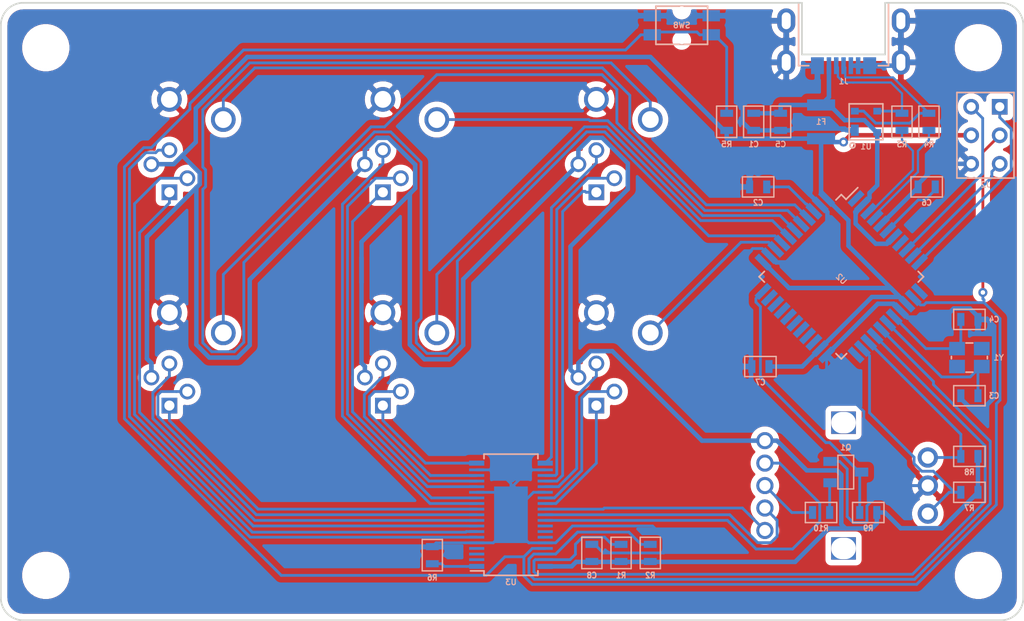
<source format=kicad_pcb>
(kicad_pcb (version 20171130) (host pcbnew "(5.1.0)-1")
  (layers (0 F.Cu signal) (31 B.Cu signal) (34 B.Paste user) (35 F.Paste user) (36 B.SilkS user) (37 F.SilkS user) (38 B.Mask user) (39 F.Mask user) (44 Edge.Cuts user))
  (net 0 "")
  (net 1 GND)
  (net 2 /VBUS)
  (net 3 "Net-(C2-Pad1)")
  (net 4 "Net-(C3-Pad1)")
  (net 5 "Net-(C4-Pad1)")
  (net 6 "Net-(C6-Pad1)")
  (net 7 +5V)
  (net 8 /U2R+)
  (net 9 /U2R-)
  (net 10 /MISO)
  (net 11 /SCK)
  (net 12 /~RESET)
  (net 13 /MOSI)
  (net 14 /L0)
  (net 15 /L1)
  (net 16 /L2)
  (net 17 /L5)
  (net 18 /L4)
  (net 19 /L3)
  (net 20 /L8)
  (net 21 /L7)
  (net 22 /L6)
  (net 23 /L9)
  (net 24 /L10)
  (net 25 /L11)
  (net 26 /L12)
  (net 27 /L13)
  (net 28 /L14)
  (net 29 /L17)
  (net 30 /L16)
  (net 31 /L15)
  (net 32 SCL)
  (net 33 SDA)
  (net 34 /R2C+)
  (net 35 /R2C-)
  (net 36 "Net-(R6-Pad2)")
  (net 37 /A)
  (net 38 /B)
  (net 39 /COL0)
  (net 40 /COL1)
  (net 41 /COL2)
  (net 42 /COL3)
  (net 43 /COL4)
  (net 44 /COL5)
  (net 45 /L18)
  (net 46 /L19)
  (net 47 /COL6)
  (net 48 /L20)
  (net 49 "Net-(Q1-Pad1)")
  (net 50 "Net-(R10-Pad1)")
  (module MYLIB:USB_MicroB_609-4049-1-ND (layer B.Cu) (at 175 70)
    (fp_text reference J1 (at 0 7) (layer B.SilkS) (effects (font (size 0.5 0.5) (thickness 0.1)) (justify mirror)))
    (fp_text value USB_3 hide)
    (pad 5 thru_hole oval (at -5.1 1.6) (size 1.6 2.2) (drill oval 0.8 1.5) (layers *.Cu *.Mask) (net 1 GND))
    (pad 5 thru_hole oval (at 5.1 1.6) (size 1.6 2.2) (drill oval 0.8 1.5) (layers *.Cu *.Mask) (net 1 GND))
    (pad 5 thru_hole oval (at -5.1 5.3) (size 1.6 2.2) (drill oval 0.8 1.5) (layers *.Cu *.Mask) (net 1 GND))
    (pad 5 smd rect (at -2.325 5.6) (size 1.15 1.5) (layers B.Cu B.Paste B.Mask) (net 1 GND))
    (pad 5 smd rect (at 2.325 5.6) (size 1.15 1.5) (layers B.Cu B.Paste B.Mask) (net 1 GND))
    (pad 5 smd rect (at 1.3 5.6) (size 0.4 1.5) (layers B.Cu B.Paste B.Mask) (net 1 GND))
    (pad 3 smd rect (at 0 5.6) (size 0.4 1.5) (layers B.Cu B.Paste B.Mask) (net 9 /U2R-))
    (pad 5 thru_hole oval (at 5.1 5.3) (size 1.6 2.2) (drill oval 0.8 1.5) (layers *.Cu *.Mask) (net 1 GND))
    (pad 5 smd rect (at 0.65 5.6) (size 0.4 1.5) (layers B.Cu B.Paste B.Mask) (net 1 GND))
    (pad 2 smd rect (at -0.65 5.6) (size 0.4 1.5) (layers B.Cu B.Paste B.Mask) (net 8 /U2R+))
    (pad 1 smd rect (at -1.3 5.6) (size 0.4 1.5) (layers B.Cu B.Paste B.Mask) (net 2 /VBUS))
  )
  (module MYLIB:2SC2712 (layer B.Cu) (at 175.2 111.8 270)
    (fp_text reference Q1 (at -2.2 0) (layer B.SilkS) (effects (font (size 0.5 0.5) (thickness 0.1)) (justify mirror)))
    (fp_text value 2SC2712 hide)
    (pad 3 smd rect (at 0 -1.39888 270) (size 0.8001 1.20076) (layers B.Cu B.Paste B.Mask) (net 47 /COL6))
    (pad 1 smd rect (at 0.94996 1.39888 270) (size 0.8001 1.2) (layers B.Cu B.Paste B.Mask) (net 49 "Net-(Q1-Pad1)"))
    (pad 2 smd rect (at -0.94996 1.39888 270) (size 0.8001 1.20076) (layers B.Cu B.Paste B.Mask) (net 1 GND))
  )
  (module MYLIB:CPG1511B01D03 (layer F.Cu) (at 153 104)
    (fp_text reference SW6)
    (fp_text value SW_Push_45deg hide)
    (pad 1 thru_hole circle (at 0 -6.4) (size 2.2 2.2) (drill 1.5) (layers *.Cu B.Mask) (net 1 GND))
    (pad 2 thru_hole circle (at 4.8 -4.6) (size 2.2 2.2) (drill 1.5) (layers *.Cu B.Mask) (net 44 /COL5))
  )
  (module MYLIB:CPG1511B01D03 (layer F.Cu) (at 134 104)
    (fp_text reference SW4)
    (fp_text value SW_Push_45deg hide)
    (pad 1 thru_hole circle (at 0 -6.4) (size 2.2 2.2) (drill 1.5) (layers *.Cu B.Mask) (net 1 GND))
    (pad 2 thru_hole circle (at 4.8 -4.6) (size 2.2 2.2) (drill 1.5) (layers *.Cu B.Mask) (net 42 /COL3))
  )
  (module MYLIB:CPG1511B01D03 (layer F.Cu) (at 115 104)
    (fp_text reference SW2)
    (fp_text value SW_Push_45deg hide)
    (pad 2 thru_hole circle (at 4.8 -4.6) (size 2.2 2.2) (drill 1.5) (layers *.Cu B.Mask) (net 40 /COL1))
    (pad 1 thru_hole circle (at 0 -6.4) (size 2.2 2.2) (drill 1.5) (layers *.Cu B.Mask) (net 1 GND))
  )
  (module MYLIB:CPG1511B01D03 (layer F.Cu) (at 153 85)
    (fp_text reference SW5)
    (fp_text value SW_Push_45deg hide)
    (pad 2 thru_hole circle (at 4.8 -4.6) (size 2.2 2.2) (drill 1.5) (layers *.Cu B.Mask) (net 43 /COL4))
    (pad 1 thru_hole circle (at 0 -6.4) (size 2.2 2.2) (drill 1.5) (layers *.Cu B.Mask) (net 1 GND))
  )
  (module MYLIB:CPG1511B01D03 (layer F.Cu) (at 134 85)
    (fp_text reference SW3)
    (fp_text value SW_Push_45deg hide)
    (pad 1 thru_hole circle (at 0 -6.4) (size 2.2 2.2) (drill 1.5) (layers *.Cu B.Mask) (net 1 GND))
    (pad 2 thru_hole circle (at 4.8 -4.6) (size 2.2 2.2) (drill 1.5) (layers *.Cu B.Mask) (net 41 /COL2))
  )
  (module MYLIB:CPG1511B01D03 (layer F.Cu) (at 115 85)
    (fp_text reference SW1)
    (fp_text value SW_Push_45deg hide)
    (pad 2 thru_hole circle (at 4.8 -4.6) (size 2.2 2.2) (drill 1.5) (layers *.Cu B.Mask) (net 39 /COL0))
    (pad 1 thru_hole circle (at 0 -6.4) (size 2.2 2.2) (drill 1.5) (layers *.Cu B.Mask) (net 1 GND))
  )
  (module MYLIB:SM0603_R (layer B.Cu) (at 182.6 80.6 90)
    (fp_text reference R4 (at -2 0 180) (layer B.SilkS) (effects (font (size 0.508 0.4572) (thickness 0.1143)) (justify mirror)))
    (fp_text value 22 hide)
    (pad 1 smd rect (at -0.762 0 90) (size 0.635 1.143) (layers B.Cu B.Paste B.Mask) (net 35 /R2C-))
    (pad 2 smd rect (at 0.762 0 90) (size 0.635 1.143) (layers B.Cu B.Paste B.Mask) (net 9 /U2R-))
  )
  (module MYLIB:HOLE_3M (layer F.Cu) (at 104 74)
    (fp_text reference HOLE_3M hide)
    (fp_text value VAL** hide)
    (pad "" np_thru_hole circle (at 0 0) (size 3.2004 3.2004) (drill 3.2004) (layers *.Cu B.Mask) (clearance 0.5))
  )
  (module MYLIB:TACTSWITCH_ATD-THAF01_SMD (layer B.Cu) (at 160.6 72)
    (fp_text reference SW8 (at 0 0 -180) (layer B.SilkS) (effects (font (size 0.5 0.5) (thickness 0.1)) (justify mirror)))
    (fp_text value SW_Push hide)
    (pad "" np_thru_hole circle (at 0 1.35) (size 0.65 0.65) (drill 0.65) (layers *.Cu B.Mask))
    (pad 2 smd rect (at -2.625 -0.85) (size 1.55 1) (layers B.Cu B.Paste B.Mask) (net 1 GND))
    (pad 1 smd rect (at 2.625 0.85) (size 1.55 1) (layers B.Cu B.Paste B.Mask) (net 12 /~RESET))
    (pad 1 smd rect (at -2.625 0.85) (size 1.55 1) (layers B.Cu B.Paste B.Mask) (net 12 /~RESET))
    (pad 2 smd rect (at 2.625 -0.85) (size 1.55 1) (layers B.Cu B.Paste B.Mask) (net 1 GND))
    (pad "" np_thru_hole circle (at 0 -1.35) (size 0.65 0.65) (drill 0.65) (layers *.Cu B.Mask))
  )
  (module MYLIB:HOLE_3M (layer F.Cu) (at 187 121)
    (fp_text reference HOLE_3M hide)
    (fp_text value VAL** hide)
    (pad "" np_thru_hole circle (at 0 0) (size 3.2004 3.2004) (drill 3.2004) (layers *.Cu B.Mask) (clearance 0.5))
  )
  (module MYLIB:HOLE_3M (layer F.Cu) (at 104 121)
    (fp_text reference HOLE_3M hide)
    (fp_text value VAL** hide)
    (pad "" np_thru_hole circle (at 0 0) (size 3.2004 3.2004) (drill 3.2004) (layers *.Cu B.Mask) (clearance 0.5))
  )
  (module MYLIB:HOLE_3M (layer F.Cu) (at 187 74)
    (fp_text reference HOLE_3M hide)
    (fp_text value VAL** hide)
    (pad "" np_thru_hole circle (at 0 0) (size 3.2004 3.2004) (drill 3.2004) (layers *.Cu B.Mask) (clearance 0.5))
  )
  (module MYLIB:EC12PLRGBSDVBF-D-25K-24-24C-61 (layer F.Cu) (at 175 113 90)
    (fp_text reference SW7 hide)
    (fp_text value EC12PLRGBSDVBF-D-25K-24-24C-61 hide)
    (pad 1 thru_hole circle (at -4 -7 90) (size 1.524 1.524) (drill 1) (layers *.Cu B.Mask) (net 45 /L18))
    (pad 2 thru_hole circle (at -2 -7 90) (size 1.524 1.524) (drill 1) (layers *.Cu B.Mask) (net 46 /L19))
    (pad 3 thru_hole circle (at 0 -7 90) (size 1.524 1.524) (drill 1) (layers *.Cu B.Mask) (net 50 "Net-(R10-Pad1)"))
    (pad 4 thru_hole circle (at 2 -7 90) (size 1.524 1.524) (drill 1) (layers *.Cu B.Mask) (net 48 /L20))
    (pad 5 thru_hole circle (at 4 -7 90) (size 1.524 1.524) (drill 1) (layers *.Cu B.Mask) (net 7 +5V))
    (pad A thru_hole circle (at -2.5 7.5 90) (size 1.8 1.8) (drill 1.1) (layers *.Cu B.Mask) (net 37 /A))
    (pad C thru_hole circle (at 0 7.5 90) (size 1.8 1.8) (drill 1.1) (layers *.Cu B.Mask) (net 1 GND))
    (pad B thru_hole circle (at 2.5 7.5 90) (size 1.8 1.8) (drill 1.1) (layers *.Cu B.Mask) (net 38 /B))
    (pad "" thru_hole trapezoid (at -5.6 0 90) (size 2 2.2) (drill oval 1.9 2.2) (layers *.Cu B.Mask))
    (pad "" thru_hole trapezoid (at 5.6 0 90) (size 2 2.2) (drill oval 1.9 2.2) (layers *.Cu B.Mask))
  )
  (module MYLIB:MY_SIL-2x3 (layer B.Cu) (at 187.63 81.8 180)
    (fp_text reference J2 (at 0 -4.4) (layer B.SilkS) (effects (font (size 0.5 0.5) (thickness 0.1)) (justify mirror)))
    (fp_text value Conn_02x03_Top_Bottom hide)
    (pad 1 thru_hole rect (at -1.27 2.54 180) (size 1.397 1.397) (drill 0.8128) (layers *.Cu B.Mask) (net 10 /MISO))
    (pad 2 thru_hole circle (at 1.27 2.54 180) (size 1.397 1.397) (drill 0.8128) (layers *.Cu B.Mask) (net 11 /SCK))
    (pad 3 thru_hole circle (at -1.27 0 180) (size 1.397 1.397) (drill 0.8128) (layers *.Cu B.Mask) (net 12 /~RESET))
    (pad 4 thru_hole circle (at 1.27 0 180) (size 1.397 1.397) (drill 0.8128) (layers *.Cu B.Mask) (net 7 +5V))
    (pad 5 thru_hole circle (at -1.27 -2.54 180) (size 1.397 1.397) (drill 0.8128) (layers *.Cu B.Mask) (net 13 /MOSI))
    (pad 6 thru_hole circle (at 1.27 -2.54 180) (size 1.397 1.397) (drill 0.8128) (layers *.Cu B.Mask) (net 1 GND))
  )
  (module MYLIB:BZPG1583-08002-A1 (layer F.Cu) (at 153 104)
    (fp_text reference LED6)
    (fp_text value F_LED_A_MINI3 hide)
    (pad 4 thru_hole rect (at 0 1.875) (size 1.4 1.4) (drill 0.9) (layers *.Cu B.Mask) (net 29 /L17))
    (pad 3 thru_hole circle (at 1.6 0.625) (size 1.4 1.4) (drill 0.9) (layers *.Cu B.Mask) (net 30 /L16))
    (pad 2 thru_hole circle (at -1.6 -0.625) (size 1.4 1.4) (drill 0.9) (layers *.Cu B.Mask) (net 7 +5V))
    (pad 1 thru_hole circle (at 0 -1.875) (size 1.4 1.4) (drill 0.9) (layers *.Cu B.Mask) (net 31 /L15))
  )
  (module MYLIB:BZPG1583-08002-A1 (layer F.Cu) (at 134 104)
    (fp_text reference LED4)
    (fp_text value F_LED_A_MINI3 hide)
    (pad 1 thru_hole circle (at 0 -1.875) (size 1.4 1.4) (drill 0.9) (layers *.Cu B.Mask) (net 23 /L9))
    (pad 2 thru_hole circle (at -1.6 -0.625) (size 1.4 1.4) (drill 0.9) (layers *.Cu B.Mask) (net 7 +5V))
    (pad 3 thru_hole circle (at 1.6 0.625) (size 1.4 1.4) (drill 0.9) (layers *.Cu B.Mask) (net 24 /L10))
    (pad 4 thru_hole rect (at 0 1.875) (size 1.4 1.4) (drill 0.9) (layers *.Cu B.Mask) (net 25 /L11))
  )
  (module MYLIB:BZPG1583-08002-A1 (layer F.Cu) (at 115 104)
    (fp_text reference LED2)
    (fp_text value F_LED_A_MINI3 hide)
    (pad 4 thru_hole rect (at 0 1.875) (size 1.4 1.4) (drill 0.9) (layers *.Cu B.Mask) (net 17 /L5))
    (pad 3 thru_hole circle (at 1.6 0.625) (size 1.4 1.4) (drill 0.9) (layers *.Cu B.Mask) (net 18 /L4))
    (pad 2 thru_hole circle (at -1.6 -0.625) (size 1.4 1.4) (drill 0.9) (layers *.Cu B.Mask) (net 7 +5V))
    (pad 1 thru_hole circle (at 0 -1.875) (size 1.4 1.4) (drill 0.9) (layers *.Cu B.Mask) (net 19 /L3))
  )
  (module MYLIB:BZPG1583-08002-A1 (layer F.Cu) (at 153 85)
    (fp_text reference LED5)
    (fp_text value F_LED_A_MINI3 hide)
    (pad 1 thru_hole circle (at 0 -1.875) (size 1.4 1.4) (drill 0.9) (layers *.Cu B.Mask) (net 26 /L12))
    (pad 2 thru_hole circle (at -1.6 -0.625) (size 1.4 1.4) (drill 0.9) (layers *.Cu B.Mask) (net 7 +5V))
    (pad 3 thru_hole circle (at 1.6 0.625) (size 1.4 1.4) (drill 0.9) (layers *.Cu B.Mask) (net 27 /L13))
    (pad 4 thru_hole rect (at 0 1.875) (size 1.4 1.4) (drill 0.9) (layers *.Cu B.Mask) (net 28 /L14))
  )
  (module MYLIB:BZPG1583-08002-A1 (layer F.Cu) (at 134 85)
    (fp_text reference LED3)
    (fp_text value F_LED_A_MINI3 hide)
    (pad 4 thru_hole rect (at 0 1.875) (size 1.4 1.4) (drill 0.9) (layers *.Cu B.Mask) (net 20 /L8))
    (pad 3 thru_hole circle (at 1.6 0.625) (size 1.4 1.4) (drill 0.9) (layers *.Cu B.Mask) (net 21 /L7))
    (pad 2 thru_hole circle (at -1.6 -0.625) (size 1.4 1.4) (drill 0.9) (layers *.Cu B.Mask) (net 7 +5V))
    (pad 1 thru_hole circle (at 0 -1.875) (size 1.4 1.4) (drill 0.9) (layers *.Cu B.Mask) (net 22 /L6))
  )
  (module MYLIB:BZPG1583-08002-A1 (layer F.Cu) (at 115 85)
    (fp_text reference LED1)
    (fp_text value F_LED_A_MINI3 hide)
    (pad 1 thru_hole circle (at 0 -1.875) (size 1.4 1.4) (drill 0.9) (layers *.Cu B.Mask) (net 14 /L0))
    (pad 2 thru_hole circle (at -1.6 -0.625) (size 1.4 1.4) (drill 0.9) (layers *.Cu B.Mask) (net 7 +5V))
    (pad 3 thru_hole circle (at 1.6 0.625) (size 1.4 1.4) (drill 0.9) (layers *.Cu B.Mask) (net 15 /L1))
    (pad 4 thru_hole rect (at 0 1.875) (size 1.4 1.4) (drill 0.9) (layers *.Cu B.Mask) (net 16 /L2))
  )
  (module MYLIB:SM0603_C (layer B.Cu) (at 167 80.6 270)
    (fp_text reference C1 (at 2 0) (layer B.SilkS) (effects (font (size 0.508 0.4572) (thickness 0.1143)) (justify mirror)))
    (fp_text value 10u hide)
    (pad 2 smd rect (at 0.762 0 270) (size 0.635 1.143) (layers B.Cu B.Paste B.Mask) (net 1 GND))
    (pad 1 smd rect (at -0.762 0 270) (size 0.635 1.143) (layers B.Cu B.Paste B.Mask) (net 2 /VBUS))
  )
  (module MYLIB:SM0603_C (layer B.Cu) (at 167.4 86.4 180)
    (fp_text reference C2 (at 0 -1.39954 180) (layer B.SilkS) (effects (font (size 0.508 0.4572) (thickness 0.1143)) (justify mirror)))
    (fp_text value 0.1u hide)
    (pad 2 smd rect (at 0.762 0 180) (size 0.635 1.143) (layers B.Cu B.Paste B.Mask) (net 1 GND))
    (pad 1 smd rect (at -0.762 0 180) (size 0.635 1.143) (layers B.Cu B.Paste B.Mask) (net 3 "Net-(C2-Pad1)"))
  )
  (module MYLIB:SM0603_C (layer B.Cu) (at 186.2 105 180)
    (fp_text reference C3 (at -2.2 0 180) (layer B.SilkS) (effects (font (size 0.508 0.4572) (thickness 0.1143)) (justify mirror)))
    (fp_text value 22p hide)
    (pad 2 smd rect (at 0.762 0 180) (size 0.635 1.143) (layers B.Cu B.Paste B.Mask) (net 1 GND))
    (pad 1 smd rect (at -0.762 0 180) (size 0.635 1.143) (layers B.Cu B.Paste B.Mask) (net 4 "Net-(C3-Pad1)"))
  )
  (module MYLIB:SM0603_C (layer B.Cu) (at 186.2 98.2)
    (fp_text reference C4 (at 2.2 0) (layer B.SilkS) (effects (font (size 0.508 0.4572) (thickness 0.1143)) (justify mirror)))
    (fp_text value 22p hide)
    (pad 1 smd rect (at -0.762 0) (size 0.635 1.143) (layers B.Cu B.Paste B.Mask) (net 5 "Net-(C4-Pad1)"))
    (pad 2 smd rect (at 0.762 0) (size 0.635 1.143) (layers B.Cu B.Paste B.Mask) (net 1 GND))
  )
  (module MYLIB:SM0603_C (layer B.Cu) (at 169.4 80.6 270)
    (fp_text reference C5 (at 2 0) (layer B.SilkS) (effects (font (size 0.5 0.5) (thickness 0.1)) (justify mirror)))
    (fp_text value 0.1u hide)
    (pad 1 smd rect (at -0.762 0 270) (size 0.635 1.143) (layers B.Cu B.Paste B.Mask) (net 2 /VBUS))
    (pad 2 smd rect (at 0.762 0 270) (size 0.635 1.143) (layers B.Cu B.Paste B.Mask) (net 1 GND))
  )
  (module MYLIB:SM0603_C (layer B.Cu) (at 182.4 86.4 180)
    (fp_text reference C6 (at 0 -1.4 180) (layer B.SilkS) (effects (font (size 0.508 0.4572) (thickness 0.1143)) (justify mirror)))
    (fp_text value 1u hide)
    (pad 1 smd rect (at -0.762 0 180) (size 0.635 1.143) (layers B.Cu B.Paste B.Mask) (net 6 "Net-(C6-Pad1)"))
    (pad 2 smd rect (at 0.762 0 180) (size 0.635 1.143) (layers B.Cu B.Paste B.Mask) (net 1 GND))
  )
  (module MYLIB:SM0603_C (layer B.Cu) (at 167.6 102.4 180)
    (fp_text reference C7 (at 0 -1.4) (layer B.SilkS) (effects (font (size 0.508 0.4572) (thickness 0.1143)) (justify mirror)))
    (fp_text value 0.1u hide)
    (pad 2 smd rect (at 0.762 0 180) (size 0.635 1.143) (layers B.Cu B.Paste B.Mask) (net 1 GND))
    (pad 1 smd rect (at -0.762 0 180) (size 0.635 1.143) (layers B.Cu B.Paste B.Mask) (net 7 +5V))
  )
  (module MYLIB:SM0603_C (layer B.Cu) (at 152.6 119 90)
    (fp_text reference C8 (at -2 0 180) (layer B.SilkS) (effects (font (size 0.508 0.4572) (thickness 0.1143)) (justify mirror)))
    (fp_text value 0.1u hide)
    (pad 1 smd rect (at -0.762 0 90) (size 0.635 1.143) (layers B.Cu B.Paste B.Mask) (net 7 +5V))
    (pad 2 smd rect (at 0.762 0 90) (size 0.635 1.143) (layers B.Cu B.Paste B.Mask) (net 1 GND))
  )
  (module MYLIB:POLYSWITCH_MICRO_SMD (layer B.Cu) (at 173 80.6 270)
    (fp_text reference F1 (at 0 0) (layer B.SilkS) (effects (font (size 0.5 0.5) (thickness 0.1)) (justify mirror)))
    (fp_text value FUSE hide)
    (pad 1 smd rect (at -1.50114 0 270) (size 1.00076 2.49936) (layers B.Cu B.Paste B.Mask) (net 2 /VBUS))
    (pad 2 smd rect (at 1.50114 0 270) (size 1.00076 2.49936) (layers B.Cu B.Paste B.Mask) (net 7 +5V))
  )
  (module MYLIB:SM0603_R (layer B.Cu) (at 155.2 119 90)
    (fp_text reference R1 (at -2 0 -180) (layer B.SilkS) (effects (font (size 0.508 0.4572) (thickness 0.1143)) (justify mirror)))
    (fp_text value 4.7K hide)
    (pad 1 smd rect (at -0.762 0 90) (size 0.635 1.143) (layers B.Cu B.Paste B.Mask) (net 7 +5V))
    (pad 2 smd rect (at 0.762 0 90) (size 0.635 1.143) (layers B.Cu B.Paste B.Mask) (net 33 SDA))
  )
  (module MYLIB:SM0603_R (layer B.Cu) (at 157.8 119 90)
    (fp_text reference R2 (at -2 0 -180) (layer B.SilkS) (effects (font (size 0.508 0.4572) (thickness 0.1143)) (justify mirror)))
    (fp_text value 4.7K hide)
    (pad 2 smd rect (at 0.762 0 90) (size 0.635 1.143) (layers B.Cu B.Paste B.Mask) (net 32 SCL))
    (pad 1 smd rect (at -0.762 0 90) (size 0.635 1.143) (layers B.Cu B.Paste B.Mask) (net 7 +5V))
  )
  (module MYLIB:SM0603_R (layer B.Cu) (at 180.2 80.6 90)
    (fp_text reference R3 (at -2 0 180) (layer B.SilkS) (effects (font (size 0.508 0.4572) (thickness 0.1143)) (justify mirror)))
    (fp_text value 22 hide)
    (pad 1 smd rect (at -0.762 0 90) (size 0.635 1.143) (layers B.Cu B.Paste B.Mask) (net 34 /R2C+))
    (pad 2 smd rect (at 0.762 0 90) (size 0.635 1.143) (layers B.Cu B.Paste B.Mask) (net 8 /U2R+))
  )
  (module MYLIB:SM0603_R (layer B.Cu) (at 164.6 80.6 270)
    (fp_text reference R5 (at 2 0) (layer B.SilkS) (effects (font (size 0.5 0.5) (thickness 0.1143)) (justify mirror)))
    (fp_text value 10K hide)
    (pad 1 smd rect (at -0.762 0 270) (size 0.635 1.143) (layers B.Cu B.Paste B.Mask) (net 12 /~RESET))
    (pad 2 smd rect (at 0.762 0 270) (size 0.635 1.143) (layers B.Cu B.Paste B.Mask) (net 7 +5V))
  )
  (module MYLIB:SM0603_R (layer B.Cu) (at 138.4 119.2 270)
    (fp_text reference R6 (at 2 0) (layer B.SilkS) (effects (font (size 0.508 0.4572) (thickness 0.1143)) (justify mirror)))
    (fp_text value 2K hide)
    (pad 2 smd rect (at 0.762 0 270) (size 0.635 1.143) (layers B.Cu B.Paste B.Mask) (net 36 "Net-(R6-Pad2)"))
    (pad 1 smd rect (at -0.762 0 270) (size 0.635 1.143) (layers B.Cu B.Paste B.Mask) (net 1 GND))
  )
  (module MYLIB:SM0603_R (layer B.Cu) (at 186.2 113.6 180)
    (fp_text reference R7 (at 0 -1.39954 180) (layer B.SilkS) (effects (font (size 0.508 0.4572) (thickness 0.1143)) (justify mirror)))
    (fp_text value 10K hide)
    (pad 2 smd rect (at 0.762 0 180) (size 0.635 1.143) (layers B.Cu B.Paste B.Mask) (net 37 /A))
    (pad 1 smd rect (at -0.762 0 180) (size 0.635 1.143) (layers B.Cu B.Paste B.Mask) (net 7 +5V))
  )
  (module MYLIB:SM0603_R (layer B.Cu) (at 186.2 110.4 180)
    (fp_text reference R8 (at 0 -1.39954 180) (layer B.SilkS) (effects (font (size 0.508 0.4572) (thickness 0.1143)) (justify mirror)))
    (fp_text value 10K hide)
    (pad 2 smd rect (at 0.762 0 180) (size 0.635 1.143) (layers B.Cu B.Paste B.Mask) (net 38 /B))
    (pad 1 smd rect (at -0.762 0 180) (size 0.635 1.143) (layers B.Cu B.Paste B.Mask) (net 7 +5V))
  )
  (module MYLIB:SOT143B (layer B.Cu) (at 177 80.6 90)
    (fp_text reference U1 (at -2.2 0 -180) (layer B.SilkS) (effects (font (size 0.5 0.5) (thickness 0.1)) (justify mirror)))
    (fp_text value PRTR5V0U2X hide)
    (pad 2 smd rect (at 0.95 -1 90) (size 0.6 0.7) (layers B.Cu B.Paste B.Mask) (net 9 /U2R-))
    (pad 3 smd rect (at 0.95 1 90) (size 0.6 0.7) (layers B.Cu B.Paste B.Mask) (net 8 /U2R+))
    (pad 4 smd rect (at -0.95 1 90) (size 0.6 0.7) (layers B.Cu B.Paste B.Mask) (net 2 /VBUS))
    (pad 1 smd rect (at -0.75 -1 90) (size 1 0.7) (layers B.Cu B.Paste B.Mask) (net 1 GND))
  )
  (module MYLIB:LQFP-44_10x10mm_Pitch0.8mm (layer B.Cu) (at 174.8 94.4 225)
    (fp_text reference U2 (at 0.141421 -0.141421 315) (layer B.SilkS) (effects (font (size 0.5 0.5) (thickness 0.1)) (justify mirror)))
    (fp_text value ATMEGA32U4_ hide)
    (pad 1 smd rect (at -5.85 4 225) (size 1.6 0.56) (layers B.Cu B.Paste B.Mask))
    (pad 2 smd rect (at -5.85 3.2 225) (size 1.6 0.56) (layers B.Cu B.Paste B.Mask) (net 2 /VBUS))
    (pad 3 smd rect (at -5.85 2.4 225) (size 1.6 0.56) (layers B.Cu B.Paste B.Mask) (net 34 /R2C+))
    (pad 4 smd rect (at -5.85 1.6 225) (size 1.6 0.56) (layers B.Cu B.Paste B.Mask) (net 35 /R2C-))
    (pad 5 smd rect (at -5.85 0.8 225) (size 1.6 0.56) (layers B.Cu B.Paste B.Mask) (net 1 GND))
    (pad 6 smd rect (at -5.85 0 225) (size 1.6 0.56) (layers B.Cu B.Paste B.Mask) (net 6 "Net-(C6-Pad1)"))
    (pad 7 smd rect (at -5.85 -0.8 225) (size 1.6 0.56) (layers B.Cu B.Paste B.Mask) (net 2 /VBUS))
    (pad 8 smd rect (at -5.85 -1.6 225) (size 1.6 0.56) (layers B.Cu B.Paste B.Mask))
    (pad 9 smd rect (at -5.85 -2.4 225) (size 1.6 0.56) (layers B.Cu B.Paste B.Mask) (net 11 /SCK))
    (pad 10 smd rect (at -5.85 -3.2 225) (size 1.6 0.56) (layers B.Cu B.Paste B.Mask) (net 13 /MOSI))
    (pad 11 smd rect (at -5.85 -4 225) (size 1.6 0.56) (layers B.Cu B.Paste B.Mask) (net 10 /MISO))
    (pad 12 smd rect (at -4 -5.85 135) (size 1.6 0.56) (layers B.Cu B.Paste B.Mask))
    (pad 13 smd rect (at -3.2 -5.85 135) (size 1.6 0.56) (layers B.Cu B.Paste B.Mask) (net 12 /~RESET))
    (pad 14 smd rect (at -2.4 -5.85 135) (size 1.6 0.56) (layers B.Cu B.Paste B.Mask) (net 7 +5V))
    (pad 15 smd rect (at -1.6 -5.85 135) (size 1.6 0.56) (layers B.Cu B.Paste B.Mask) (net 1 GND))
    (pad 16 smd rect (at -0.8 -5.85 135) (size 1.6 0.56) (layers B.Cu B.Paste B.Mask) (net 5 "Net-(C4-Pad1)"))
    (pad 17 smd rect (at 0 -5.85 135) (size 1.6 0.56) (layers B.Cu B.Paste B.Mask) (net 4 "Net-(C3-Pad1)"))
    (pad 18 smd rect (at 0.8 -5.85 135) (size 1.6 0.56) (layers B.Cu B.Paste B.Mask) (net 32 SCL))
    (pad 19 smd rect (at 1.6 -5.85 135) (size 1.6 0.56) (layers B.Cu B.Paste B.Mask) (net 33 SDA))
    (pad 20 smd rect (at 2.4 -5.85 135) (size 1.6 0.56) (layers B.Cu B.Paste B.Mask) (net 38 /B))
    (pad 21 smd rect (at 3.2 -5.85 135) (size 1.6 0.56) (layers B.Cu B.Paste B.Mask) (net 37 /A))
    (pad 22 smd rect (at 4 -5.85 135) (size 1.6 0.56) (layers B.Cu B.Paste B.Mask))
    (pad 23 smd rect (at 5.85 -4 225) (size 1.6 0.56) (layers B.Cu B.Paste B.Mask) (net 1 GND))
    (pad 24 smd rect (at 5.85 -3.2 225) (size 1.6 0.56) (layers B.Cu B.Paste B.Mask) (net 7 +5V))
    (pad 25 smd rect (at 5.85 -2.4 225) (size 1.6 0.56) (layers B.Cu B.Paste B.Mask))
    (pad 26 smd rect (at 5.85 -1.6 225) (size 1.6 0.56) (layers B.Cu B.Paste B.Mask))
    (pad 27 smd rect (at 5.85 -0.8 225) (size 1.6 0.56) (layers B.Cu B.Paste B.Mask))
    (pad 28 smd rect (at 5.85 0 225) (size 1.6 0.56) (layers B.Cu B.Paste B.Mask))
    (pad 29 smd rect (at 5.85 0.8 225) (size 1.6 0.56) (layers B.Cu B.Paste B.Mask))
    (pad 30 smd rect (at 5.85 1.6 225) (size 1.6 0.56) (layers B.Cu B.Paste B.Mask))
    (pad 31 smd rect (at 5.85 2.4 225) (size 1.6 0.56) (layers B.Cu B.Paste B.Mask))
    (pad 32 smd rect (at 5.85 3.2 225) (size 1.6 0.56) (layers B.Cu B.Paste B.Mask))
    (pad 33 smd rect (at 5.85 4 225) (size 1.6 0.56) (layers B.Cu B.Paste B.Mask) (net 47 /COL6))
    (pad 34 smd rect (at 4 5.85 135) (size 1.6 0.56) (layers B.Cu B.Paste B.Mask) (net 7 +5V))
    (pad 35 smd rect (at 3.2 5.85 135) (size 1.6 0.56) (layers B.Cu B.Paste B.Mask) (net 1 GND))
    (pad 36 smd rect (at 2.4 5.85 135) (size 1.6 0.56) (layers B.Cu B.Paste B.Mask) (net 44 /COL5))
    (pad 37 smd rect (at 1.6 5.85 135) (size 1.6 0.56) (layers B.Cu B.Paste B.Mask) (net 43 /COL4))
    (pad 38 smd rect (at 0.8 5.85 135) (size 1.6 0.56) (layers B.Cu B.Paste B.Mask) (net 42 /COL3))
    (pad 39 smd rect (at 0 5.85 135) (size 1.6 0.56) (layers B.Cu B.Paste B.Mask) (net 41 /COL2))
    (pad 40 smd rect (at -0.8 5.85 135) (size 1.6 0.56) (layers B.Cu B.Paste B.Mask) (net 40 /COL1))
    (pad 41 smd rect (at -1.6 5.85 135) (size 1.6 0.56) (layers B.Cu B.Paste B.Mask) (net 39 /COL0))
    (pad 42 smd rect (at -2.4 5.85 135) (size 1.6 0.56) (layers B.Cu B.Paste B.Mask) (net 3 "Net-(C2-Pad1)"))
    (pad 43 smd rect (at -3.2 5.85 135) (size 1.6 0.56) (layers B.Cu B.Paste B.Mask) (net 1 GND))
    (pad 44 smd rect (at -4 5.85 135) (size 1.6 0.56) (layers B.Cu B.Paste B.Mask) (net 7 +5V))
  )
  (module MYLIB:PCA9956BTW (layer B.Cu) (at 145.4 115.6)
    (fp_text reference U3 (at 0 6 180) (layer B.SilkS) (effects (font (size 0.5 0.5) (thickness 0.1)) (justify mirror)))
    (fp_text value PCA9956ATW hide)
    (pad 34 smd rect (at 3.05 2.5) (size 1.35 0.25) (layers B.Cu B.Paste B.Mask) (net 1 GND))
    (pad 36 smd rect (at 3.05 3.5) (size 1.35 0.25) (layers B.Cu B.Paste B.Mask) (net 32 SCL))
    (pad 33 smd rect (at 3.05 2) (size 1.35 0.25) (layers B.Cu B.Paste B.Mask))
    (pad 37 smd rect (at 3.05 4) (size 1.35 0.25) (layers B.Cu B.Paste B.Mask) (net 33 SDA))
    (pad 35 smd rect (at 3.05 3) (size 1.35 0.25) (layers B.Cu B.Paste B.Mask) (net 12 /~RESET))
    (pad 32 smd rect (at 3.05 1.5) (size 1.35 0.25) (layers B.Cu B.Paste B.Mask))
    (pad 31 smd rect (at 3.05 1) (size 1.35 0.25) (layers B.Cu B.Paste B.Mask))
    (pad 30 smd rect (at 3.05 0.5) (size 1.35 0.25) (layers B.Cu B.Paste B.Mask) (net 48 /L20))
    (pad 29 smd rect (at 3.05 0) (size 1.35 0.25) (layers B.Cu B.Paste B.Mask) (net 46 /L19))
    (pad 28 smd rect (at 3.05 -0.5) (size 1.35 0.25) (layers B.Cu B.Paste B.Mask) (net 45 /L18))
    (pad 27 smd rect (at 3.05 -1) (size 1.35 0.25) (layers B.Cu B.Paste B.Mask) (net 29 /L17))
    (pad 26 smd rect (at 3.05 -1.5) (size 1.35 0.25) (layers B.Cu B.Paste B.Mask) (net 30 /L16))
    (pad 25 smd rect (at 3.05 -2) (size 1.35 0.25) (layers B.Cu B.Paste B.Mask) (net 1 GND))
    (pad 24 smd rect (at 3.05 -2.5) (size 1.35 0.25) (layers B.Cu B.Paste B.Mask) (net 31 /L15))
    (pad 20 smd rect (at 3.05 -4.6) (size 1.35 0.45) (layers B.Cu B.Paste B.Mask) (net 26 /L12))
    (pad 22 smd rect (at 3.05 -3.5) (size 1.35 0.25) (layers B.Cu B.Paste B.Mask) (net 27 /L13))
    (pad 21 smd rect (at 3.05 -4) (size 1.35 0.25) (layers B.Cu B.Paste B.Mask) (net 1 GND))
    (pad 23 smd rect (at 3.05 -3) (size 1.35 0.25) (layers B.Cu B.Paste B.Mask) (net 28 /L14))
    (pad 16 smd rect (at -3.05 -3) (size 1.35 0.25) (layers B.Cu B.Paste B.Mask) (net 23 /L9))
    (pad 38 smd rect (at 3.05 4.6) (size 1.35 0.45) (layers B.Cu B.Paste B.Mask) (net 7 +5V))
    (pad 18 smd rect (at -3.05 -4) (size 1.35 0.25) (layers B.Cu B.Paste B.Mask) (net 1 GND))
    (pad 17 smd rect (at -3.05 -3.5) (size 1.35 0.25) (layers B.Cu B.Paste B.Mask) (net 24 /L10))
    (pad 19 smd rect (at -3.05 -4.6) (size 1.35 0.45) (layers B.Cu B.Paste B.Mask) (net 25 /L11))
    (pad 15 smd rect (at -3.05 -2.5) (size 1.35 0.25) (layers B.Cu B.Paste B.Mask) (net 20 /L8))
    (pad 14 smd rect (at -3.05 -2) (size 1.35 0.25) (layers B.Cu B.Paste B.Mask) (net 1 GND))
    (pad 13 smd rect (at -3.05 -1.5) (size 1.35 0.25) (layers B.Cu B.Paste B.Mask) (net 21 /L7))
    (pad 12 smd rect (at -3.05 -1) (size 1.35 0.25) (layers B.Cu B.Paste B.Mask) (net 22 /L6))
    (pad 11 smd rect (at -3.05 -0.5) (size 1.35 0.25) (layers B.Cu B.Paste B.Mask) (net 17 /L5))
    (pad 10 smd rect (at -3.05 0) (size 1.35 0.25) (layers B.Cu B.Paste B.Mask) (net 18 /L4))
    (pad 9 smd rect (at -3.05 0.5) (size 1.35 0.25) (layers B.Cu B.Paste B.Mask) (net 19 /L3))
    (pad 8 smd rect (at -3.05 1) (size 1.35 0.25) (layers B.Cu B.Paste B.Mask) (net 16 /L2))
    (pad 7 smd rect (at -3.05 1.5) (size 1.35 0.25) (layers B.Cu B.Paste B.Mask) (net 15 /L1))
    (pad 4 smd rect (at -3.05 3) (size 1.35 0.25) (layers B.Cu B.Paste B.Mask))
    (pad 2 smd rect (at -3.05 4) (size 1.35 0.25) (layers B.Cu B.Paste B.Mask))
    (pad 6 smd rect (at -3.05 2) (size 1.35 0.25) (layers B.Cu B.Paste B.Mask) (net 14 /L0))
    (pad 3 smd rect (at -3.05 3.5) (size 1.35 0.25) (layers B.Cu B.Paste B.Mask))
    (pad 5 smd rect (at -3.05 2.5) (size 1.35 0.25) (layers B.Cu B.Paste B.Mask) (net 1 GND))
    (pad 1 smd rect (at -3.05 4.6) (size 1.35 0.45) (layers B.Cu B.Paste B.Mask) (net 36 "Net-(R6-Pad2)"))
    (pad 21 connect rect (at 0 0) (size 3 5.04) (layers B.Cu B.Mask) (net 1 GND))
    (pad 25 smd rect (at -1.075 2.05) (size 0.6 0.7) (layers B.Cu B.Paste B.Mask) (net 1 GND))
    (pad 25 smd rect (at -0.355 2.05) (size 0.6 0.7) (layers B.Cu B.Paste B.Mask) (net 1 GND))
    (pad 25 smd rect (at 0.365 2.05) (size 0.6 0.7) (layers B.Cu B.Paste B.Mask) (net 1 GND))
    (pad 25 smd rect (at 1.085 2.05) (size 0.6 0.7) (layers B.Cu B.Paste B.Mask) (net 1 GND))
    (pad 25 smd rect (at -1.075 1.23) (size 0.6 0.7) (layers B.Cu B.Paste B.Mask) (net 1 GND))
    (pad 25 smd rect (at -0.355 1.23) (size 0.6 0.7) (layers B.Cu B.Paste B.Mask) (net 1 GND))
    (pad 25 smd rect (at 0.365 1.23) (size 0.6 0.7) (layers B.Cu B.Paste B.Mask) (net 1 GND))
    (pad 25 smd rect (at 1.085 1.23) (size 0.6 0.7) (layers B.Cu B.Paste B.Mask) (net 1 GND))
    (pad 25 smd rect (at -1.075 0.41) (size 0.6 0.7) (layers B.Cu B.Paste B.Mask) (net 1 GND))
    (pad 25 smd rect (at -0.355 0.41) (size 0.6 0.7) (layers B.Cu B.Paste B.Mask) (net 1 GND))
    (pad 25 smd rect (at 0.365 0.41) (size 0.6 0.7) (layers B.Cu B.Paste B.Mask) (net 1 GND))
    (pad 25 smd rect (at 1.085 0.41) (size 0.6 0.7) (layers B.Cu B.Paste B.Mask) (net 1 GND))
    (pad 25 smd rect (at -1.075 -0.41) (size 0.6 0.7) (layers B.Cu B.Paste B.Mask) (net 1 GND))
    (pad 25 smd rect (at -0.355 -0.41) (size 0.6 0.7) (layers B.Cu B.Paste B.Mask) (net 1 GND))
    (pad 25 smd rect (at 0.365 -0.41) (size 0.6 0.7) (layers B.Cu B.Paste B.Mask) (net 1 GND))
    (pad 25 smd rect (at 1.085 -0.41) (size 0.6 0.7) (layers B.Cu B.Paste B.Mask) (net 1 GND))
    (pad 25 smd rect (at -1.075 -1.23) (size 0.6 0.7) (layers B.Cu B.Paste B.Mask) (net 1 GND))
    (pad 25 smd rect (at -0.355 -1.23) (size 0.6 0.7) (layers B.Cu B.Paste B.Mask) (net 1 GND))
    (pad 25 smd rect (at 0.365 -1.23) (size 0.6 0.7) (layers B.Cu B.Paste B.Mask) (net 1 GND))
    (pad 25 smd rect (at 1.085 -1.23) (size 0.6 0.7) (layers B.Cu B.Paste B.Mask) (net 1 GND))
    (pad 25 smd rect (at -1.075 -2.05) (size 0.6 0.7) (layers B.Cu B.Paste B.Mask) (net 1 GND))
    (pad 25 smd rect (at -0.355 -2.05) (size 0.6 0.7) (layers B.Cu B.Paste B.Mask) (net 1 GND))
    (pad 25 smd rect (at 0.365 -2.05) (size 0.6 0.7) (layers B.Cu B.Paste B.Mask) (net 1 GND))
    (pad 25 smd rect (at 1.085 -2.05) (size 0.6 0.7) (layers B.Cu B.Paste B.Mask) (net 1 GND))
  )
  (module MYLIB:FA-238 (layer B.Cu) (at 186.2 101.6 180)
    (fp_text reference Y1 (at -2.6 0 180) (layer B.SilkS) (effects (font (size 0.5 0.5) (thickness 0.1)) (justify mirror)))
    (fp_text value Crystal hide)
    (pad 3 smd rect (at 1.1 -0.8 180) (size 1.4 1.2) (layers B.Cu B.Paste B.Mask))
    (pad 2 smd rect (at 1.1 0.8 180) (size 1.4 1.2) (layers B.Cu B.Paste B.Mask) (net 5 "Net-(C4-Pad1)"))
    (pad 3 smd rect (at -1.1 0.8 180) (size 1.4 1.2) (layers B.Cu B.Paste B.Mask))
    (pad 1 smd rect (at -1.1 -0.8 180) (size 1.4 1.2) (layers B.Cu B.Paste B.Mask) (net 4 "Net-(C3-Pad1)"))
  )
  (module MYLIB:SM0603_R (layer B.Cu) (at 177.2 115.4 180)
    (fp_text reference R9 (at 0 -1.39954 180) (layer B.SilkS) (effects (font (size 0.508 0.4572) (thickness 0.1143)) (justify mirror)))
    (fp_text value 1K hide)
    (pad 2 smd rect (at 0.762 0 180) (size 0.635 1.143) (layers B.Cu B.Paste B.Mask) (net 47 /COL6))
    (pad 1 smd rect (at -0.762 0 180) (size 0.635 1.143) (layers B.Cu B.Paste B.Mask) (net 7 +5V))
  )
  (module MYLIB:SM0603_R (layer B.Cu) (at 173 115.4)
    (fp_text reference R10 (at 0 1.4) (layer B.SilkS) (effects (font (size 0.508 0.4572) (thickness 0.1143)) (justify mirror)))
    (fp_text value 1K hide)
    (pad 1 smd rect (at -0.762 0) (size 0.635 1.143) (layers B.Cu B.Paste B.Mask) (net 50 "Net-(R10-Pad1)"))
    (pad 2 smd rect (at 0.762 0) (size 0.635 1.143) (layers B.Cu B.Paste B.Mask) (net 49 "Net-(Q1-Pad1)"))
  )
  (gr_line (start 171.3 70) (end 102 70) (layer Edge.Cuts) (width 0.15))
  (gr_line (start 178.7 70) (end 189 70) (layer Edge.Cuts) (width 0.15))
  (gr_line (start 178.7 74.6) (end 178.7 70) (layer Edge.Cuts) (width 0.15))
  (gr_line (start 171.3 74.6) (end 178.7 74.6) (layer Edge.Cuts) (width 0.15))
  (gr_line (start 171.3 70) (end 171.3 74.6) (layer Edge.Cuts) (width 0.15))
  (gr_line (start 100 123) (end 100 72) (layer Edge.Cuts) (width 0.15))
  (gr_line (start 189 125) (end 102 125) (layer Edge.Cuts) (width 0.15))
  (gr_line (start 191 72) (end 191 123) (layer Edge.Cuts) (width 0.15))
  (gr_arc (start 102 123) (end 100 123) (angle -90) (layer Edge.Cuts) (width 0.15))
  (gr_arc (start 189 123) (end 189 125) (angle -90) (layer Edge.Cuts) (width 0.15))
  (gr_arc (start 189 72) (end 191 72) (angle -90) (layer Edge.Cuts) (width 0.15))
  (gr_arc (start 102 72) (end 102 70) (angle -90) (layer Edge.Cuts) (width 0.15))
  (segment (start 169.4 81.362) (end 167 81.362) (width 0.4) (layer B.Cu) (net 1))
  (segment (start 176.3 75.6) (end 175.65 75.6) (width 0.4) (layer B.Cu) (net 1))
  (segment (start 166.638 85.4285) (end 167.4665 84.6) (width 0.4) (layer B.Cu) (net 1))
  (segment (start 166.638 86.4) (end 166.638 85.4285) (width 0.4) (layer B.Cu) (net 1))
  (segment (start 169.525483 84.6) (end 172.926167 88.000684) (width 0.4) (layer B.Cu) (net 1))
  (segment (start 167.4665 84.6) (end 169.525483 84.6) (width 0.4) (layer B.Cu) (net 1))
  (segment (start 173.562562 88.637079) (end 173.562562 90.837438) (width 0.4) (layer B.Cu) (net 1))
  (segment (start 172.926167 88.000684) (end 173.562562 88.637079) (width 0.4) (layer B.Cu) (net 1))
  (segment (start 168.998684 93.124167) (end 168.400684 92.526167) (width 0.4) (layer B.Cu) (net 1))
  (segment (start 171.275833 93.124167) (end 168.998684 93.124167) (width 0.4) (layer B.Cu) (net 1))
  (segment (start 173.562562 90.837438) (end 171.275833 93.124167) (width 0.4) (layer B.Cu) (net 1))
  (segment (start 186.962 97.946) (end 186.962 98.2) (width 0.4) (layer B.Cu) (net 1))
  (segment (start 183.987399 98.041599) (end 184.800499 97.228499) (width 0.4) (layer B.Cu) (net 1))
  (segment (start 180.704341 98.041599) (end 183.987399 98.041599) (width 0.4) (layer B.Cu) (net 1))
  (segment (start 184.800499 97.228499) (end 186.2445 97.2285) (width 0.4) (layer B.Cu) (net 1))
  (segment (start 180.067946 97.405204) (end 180.704341 98.041599) (width 0.4) (layer B.Cu) (net 1))
  (segment (start 186.2445 97.2285) (end 186.962 97.946) (width 0.4) (layer B.Cu) (net 1))
  (segment (start 174.128247 100.728607) (end 173.491852 101.365002) (width 0.4) (layer B.Cu) (net 1))
  (segment (start 178.04965 96.807204) (end 174.128247 100.728607) (width 0.4) (layer B.Cu) (net 1))
  (segment (start 179.469946 96.807204) (end 178.04965 96.807204) (width 0.4) (layer B.Cu) (net 1))
  (segment (start 180.067946 97.405204) (end 179.469946 96.807204) (width 0.4) (layer B.Cu) (net 1))
  (segment (start 144.275 113.6) (end 144.325 113.55) (width 0.25) (layer B.Cu) (net 1))
  (segment (start 142.35 113.6) (end 144.275 113.6) (width 0.25) (layer B.Cu) (net 1))
  (segment (start 147.4 113.6) (end 145.4 115.6) (width 0.25) (layer B.Cu) (net 1))
  (segment (start 148.45 113.6) (end 147.4 113.6) (width 0.25) (layer B.Cu) (net 1))
  (segment (start 145.4 116.515) (end 145.4 115.6) (width 0.25) (layer B.Cu) (net 1))
  (segment (start 146.985 118.1) (end 145.4 116.515) (width 0.25) (layer B.Cu) (net 1))
  (segment (start 148.45 118.1) (end 146.985 118.1) (width 0.25) (layer B.Cu) (net 1))
  (segment (start 145.4 116.525) (end 145.4 115.6) (width 0.25) (layer B.Cu) (net 1))
  (segment (start 143.825 118.1) (end 145.4 116.525) (width 0.25) (layer B.Cu) (net 1))
  (segment (start 142.35 118.1) (end 143.825 118.1) (width 0.25) (layer B.Cu) (net 1))
  (segment (start 167 81.362) (end 166.746 81.362) (width 0.4) (layer B.Cu) (net 1))
  (segment (start 166.0285 80.6445) (end 166.0285 79.1715) (width 0.4) (layer B.Cu) (net 1))
  (segment (start 168.4 76.8) (end 168.7 76.8) (width 0.4) (layer B.Cu) (net 1))
  (segment (start 166.0285 79.1715) (end 168.4 76.8) (width 0.4) (layer B.Cu) (net 1))
  (segment (start 169.9 75.6) (end 169.9 75.3) (width 0.4) (layer B.Cu) (net 1))
  (segment (start 168.7 76.8) (end 169.9 75.6) (width 0.4) (layer B.Cu) (net 1))
  (segment (start 166.746 81.362) (end 166.0285 80.6445) (width 0.4) (layer B.Cu) (net 1))
  (segment (start 178.370889 89.69774) (end 178.30226 89.69774) (width 0.25) (layer B.Cu) (net 1))
  (segment (start 145.4 112.83) (end 145.4 115.6) (width 0.25) (layer B.Cu) (net 1))
  (segment (start 144.17 111.6) (end 145.4 112.83) (width 0.25) (layer B.Cu) (net 1))
  (segment (start 142.35 111.6) (end 144.17 111.6) (width 0.25) (layer B.Cu) (net 1))
  (segment (start 146.15 113.55) (end 146.485 113.55) (width 0.25) (layer B.Cu) (net 1))
  (segment (start 145.6 113) (end 146.15 113.55) (width 0.25) (layer B.Cu) (net 1))
  (segment (start 148.45 111.6) (end 147 111.6) (width 0.25) (layer B.Cu) (net 1))
  (segment (start 147 111.6) (end 145.6 113) (width 0.25) (layer B.Cu) (net 1))
  (segment (start 187.8 98.2) (end 186.962 98.2) (width 0.4) (layer B.Cu) (net 1))
  (segment (start 185.438 105.254) (end 186.155501 105.971501) (width 0.4) (layer B.Cu) (net 1))
  (segment (start 185.438 105) (end 185.438 105.254) (width 0.4) (layer B.Cu) (net 1))
  (segment (start 186.155501 105.971501) (end 187.599501 105.971501) (width 0.4) (layer B.Cu) (net 1))
  (segment (start 187.599501 105.971501) (end 188.400001 105.171001) (width 0.4) (layer B.Cu) (net 1))
  (segment (start 188.400001 105.171001) (end 188.400001 98.800001) (width 0.4) (layer B.Cu) (net 1))
  (segment (start 188.400001 98.800001) (end 187.8 98.2) (width 0.4) (layer B.Cu) (net 1))
  (segment (start 170.3715 81.362) (end 169.4 81.362) (width 0.4) (layer B.Cu) (net 1))
  (segment (start 170.532741 81.200759) (end 170.3715 81.362) (width 0.4) (layer B.Cu) (net 1))
  (segment (start 175.100759 81.200759) (end 170.532741 81.200759) (width 0.4) (layer B.Cu) (net 1))
  (segment (start 175.25 81.35) (end 175.100759 81.200759) (width 0.4) (layer B.Cu) (net 1))
  (segment (start 176 81.35) (end 175.25 81.35) (width 0.4) (layer B.Cu) (net 1))
  (segment (start 181.638 86.430629) (end 181.638 86.4) (width 0.4) (layer B.Cu) (net 1))
  (segment (start 178.370889 89.69774) (end 181.638 86.430629) (width 0.4) (layer B.Cu) (net 1))
  (segment (start 138.738 118.1) (end 138.4 118.438) (width 0.25) (layer B.Cu) (net 1))
  (segment (start 142.35 118.1) (end 138.738 118.1) (width 0.25) (layer B.Cu) (net 1))
  (segment (start 150.875 116.6) (end 149.375 118.1) (width 0.25) (layer B.Cu) (net 1))
  (segment (start 149.375 118.1) (end 148.45 118.1) (width 0.25) (layer B.Cu) (net 1))
  (segment (start 152.854 118.238) (end 153.616 119) (width 0.25) (layer B.Cu) (net 1))
  (segment (start 152.6 118.238) (end 152.854 118.238) (width 0.25) (layer B.Cu) (net 1))
  (segment (start 153.616 119) (end 159 119) (width 0.25) (layer B.Cu) (net 1))
  (segment (start 159 119) (end 159 117.6) (width 0.25) (layer B.Cu) (net 1))
  (segment (start 159 117.6) (end 158 116.6) (width 0.25) (layer B.Cu) (net 1))
  (segment (start 158 116.6) (end 150.875 116.6) (width 0.25) (layer B.Cu) (net 1))
  (segment (start 175.860499 116.296501) (end 177.015501 116.296501) (width 0.25) (layer B.Cu) (net 1))
  (segment (start 177.015501 116.296501) (end 177.080501 116.231501) (width 0.25) (layer B.Cu) (net 1))
  (segment (start 177.080501 116.231501) (end 177.080501 114.807497) (width 0.25) (layer B.Cu) (net 1))
  (segment (start 177.080501 114.807497) (end 178.887998 113) (width 0.25) (layer B.Cu) (net 1))
  (segment (start 181.227208 113) (end 182.5 113) (width 0.25) (layer B.Cu) (net 1))
  (segment (start 178.887998 113) (end 181.227208 113) (width 0.25) (layer B.Cu) (net 1))
  (segment (start 175.326132 115.762134) (end 175.860499 116.296501) (width 0.25) (layer B.Cu) (net 1))
  (segment (start 175.326132 111.524672) (end 175.326132 115.762134) (width 0.25) (layer B.Cu) (net 1))
  (segment (start 174.6515 110.85004) (end 175.326132 111.524672) (width 0.25) (layer B.Cu) (net 1))
  (segment (start 173.80112 110.85004) (end 174.6515 110.85004) (width 0.25) (layer B.Cu) (net 1))
  (segment (start 173.491852 104.291852) (end 173.491852 101.860981) (width 0.25) (layer B.Cu) (net 1))
  (segment (start 180.824988 113) (end 180.824988 111.624988) (width 0.25) (layer B.Cu) (net 1))
  (segment (start 182.5 113) (end 180.824988 113) (width 0.25) (layer B.Cu) (net 1))
  (segment (start 173.491852 101.860981) (end 173.491852 101.365002) (width 0.25) (layer B.Cu) (net 1))
  (segment (start 180.824988 111.624988) (end 176.8 107.6) (width 0.25) (layer B.Cu) (net 1))
  (segment (start 176.8 107.6) (end 176.8 106.4) (width 0.25) (layer B.Cu) (net 1))
  (segment (start 176.8 106.4) (end 176 105.6) (width 0.25) (layer B.Cu) (net 1))
  (segment (start 174.8 105.6) (end 173.491852 104.291852) (width 0.25) (layer B.Cu) (net 1))
  (segment (start 176 105.6) (end 174.8 105.6) (width 0.25) (layer B.Cu) (net 1))
  (segment (start 154.499999 99.099999) (end 153 97.6) (width 0.25) (layer B.Cu) (net 1))
  (segment (start 157 101.6) (end 154.499999 99.099999) (width 0.25) (layer B.Cu) (net 1))
  (segment (start 168.400684 92.526167) (end 167.764289 91.889772) (width 0.25) (layer B.Cu) (net 1))
  (segment (start 166.910228 91.889772) (end 160.2 98.6) (width 0.25) (layer B.Cu) (net 1))
  (segment (start 160.2 98.6) (end 160.2 100.4) (width 0.25) (layer B.Cu) (net 1))
  (segment (start 160.2 100.4) (end 159 101.6) (width 0.25) (layer B.Cu) (net 1))
  (segment (start 167.764289 91.889772) (end 166.910228 91.889772) (width 0.25) (layer B.Cu) (net 1))
  (segment (start 159 101.6) (end 157 101.6) (width 0.25) (layer B.Cu) (net 1))
  (segment (start 181.638 86.146) (end 181.638 86.4) (width 0.4) (layer B.Cu) (net 1))
  (segment (start 186.36 84.34) (end 183.444 84.34) (width 0.4) (layer B.Cu) (net 1))
  (segment (start 183.444 84.34) (end 181.638 86.146) (width 0.4) (layer B.Cu) (net 1))
  (segment (start 179.8 75.6) (end 180.1 75.3) (width 0.4) (layer B.Cu) (net 1))
  (segment (start 177.325 75.6) (end 179.8 75.6) (width 0.4) (layer B.Cu) (net 1))
  (segment (start 169.4 79.1205) (end 169.4 79.838) (width 0.4) (layer B.Cu) (net 2))
  (segment (start 169.42164 79.09886) (end 169.4 79.1205) (width 0.4) (layer B.Cu) (net 2))
  (segment (start 173 79.09886) (end 169.42164 79.09886) (width 0.4) (layer B.Cu) (net 2))
  (segment (start 169.4 79.838) (end 167 79.838) (width 0.4) (layer B.Cu) (net 2))
  (segment (start 178.15 81.55) (end 178 81.55) (width 0.25) (layer B.Cu) (net 2))
  (segment (start 178.2 81.6) (end 178.15 81.55) (width 0.25) (layer B.Cu) (net 2))
  (segment (start 173.7 78.39886) (end 173 79.09886) (width 0.4) (layer B.Cu) (net 2))
  (segment (start 173.7 75.6) (end 173.7 78.39886) (width 0.4) (layer B.Cu) (net 2))
  (segment (start 173.7493 79.09886) (end 173 79.09886) (width 0.4) (layer B.Cu) (net 2))
  (segment (start 175.114685 80.464245) (end 173.7493 79.09886) (width 0.4) (layer B.Cu) (net 2))
  (segment (start 176.673833 88.000684) (end 177.310228 87.364289) (width 0.4) (layer B.Cu) (net 2))
  (segment (start 177.310228 87.364289) (end 177.310228 86.940006) (width 0.4) (layer B.Cu) (net 2))
  (segment (start 175.128931 80.449999) (end 175.114685 80.464245) (width 0.4) (layer B.Cu) (net 2))
  (segment (start 176.849999 80.449999) (end 175.128931 80.449999) (width 0.4) (layer B.Cu) (net 2))
  (segment (start 177.95 81.55) (end 176.849999 80.449999) (width 0.4) (layer B.Cu) (net 2))
  (segment (start 178 81.55) (end 177.95 81.55) (width 0.4) (layer B.Cu) (net 2))
  (segment (start 178 86.250234) (end 178 81.55) (width 0.4) (layer B.Cu) (net 2))
  (segment (start 177.310228 86.940006) (end 178 86.250234) (width 0.4) (layer B.Cu) (net 2))
  (segment (start 177.865506 91.465506) (end 178.865865 91.465506) (width 0.4) (layer B.Cu) (net 2))
  (segment (start 176.037438 88.637079) (end 176.037438 88.637438) (width 0.4) (layer B.Cu) (net 2))
  (segment (start 178.865865 91.465506) (end 179.50226 90.829111) (width 0.4) (layer B.Cu) (net 2))
  (segment (start 176.673833 88.000684) (end 176.037438 88.637079) (width 0.4) (layer B.Cu) (net 2))
  (segment (start 176.122103 88.722104) (end 176.075833 88.768374) (width 0.4) (layer B.Cu) (net 2))
  (segment (start 176.037438 88.637438) (end 176.122103 88.722104) (width 0.4) (layer B.Cu) (net 2))
  (segment (start 176.075833 88.768374) (end 176.075833 89.675833) (width 0.4) (layer B.Cu) (net 2))
  (segment (start 176.075833 89.675833) (end 177.865506 91.465506) (width 0.4) (layer B.Cu) (net 2))
  (segment (start 171.65697 87.929974) (end 171.724087 87.929974) (width 0.25) (layer B.Cu) (net 3))
  (segment (start 170.126996 86.4) (end 171.65697 87.929974) (width 0.25) (layer B.Cu) (net 3))
  (segment (start 171.724087 87.929974) (end 172.360482 88.566369) (width 0.25) (layer B.Cu) (net 3))
  (segment (start 168.162 86.4) (end 170.126996 86.4) (width 0.25) (layer B.Cu) (net 3))
  (segment (start 179.57297 99.17297) (end 178.936575 98.536575) (width 0.25) (layer B.Cu) (net 4))
  (segment (start 183.725001 103.325001) (end 179.57297 99.17297) (width 0.25) (layer B.Cu) (net 4))
  (segment (start 186.274999 103.325001) (end 183.725001 103.325001) (width 0.25) (layer B.Cu) (net 4))
  (segment (start 187.2 102.4) (end 186.274999 103.325001) (width 0.25) (layer B.Cu) (net 4))
  (segment (start 187.3 102.4) (end 187.2 102.4) (width 0.25) (layer B.Cu) (net 4))
  (segment (start 186.962 102.738) (end 187.3 102.4) (width 0.25) (layer B.Cu) (net 4))
  (segment (start 186.962 105) (end 186.962 102.738) (width 0.25) (layer B.Cu) (net 4))
  (segment (start 182.331371 100.8) (end 179.50226 97.970889) (width 0.25) (layer B.Cu) (net 5))
  (segment (start 185.1 100.8) (end 182.331371 100.8) (width 0.25) (layer B.Cu) (net 5))
  (segment (start 185.438 100.462) (end 185.1 100.8) (width 0.25) (layer B.Cu) (net 5))
  (segment (start 185.438 98.2) (end 185.438 100.462) (width 0.25) (layer B.Cu) (net 5))
  (segment (start 181.638 87.562) (end 178.936575 90.263425) (width 0.25) (layer B.Cu) (net 6))
  (segment (start 183.162 86.654) (end 183.162 86.4) (width 0.25) (layer B.Cu) (net 6))
  (segment (start 182.254 87.562) (end 183.162 86.654) (width 0.25) (layer B.Cu) (net 6))
  (segment (start 181.638 87.562) (end 182.254 87.562) (width 0.25) (layer B.Cu) (net 6))
  (segment (start 173 86.943146) (end 173.491852 87.434998) (width 0.4) (layer B.Cu) (net 7))
  (segment (start 173 82.10114) (end 173 86.943146) (width 0.4) (layer B.Cu) (net 7))
  (segment (start 179.997236 96.203123) (end 180.633631 96.839518) (width 0.4) (layer B.Cu) (net 7))
  (segment (start 177.52236 96.203123) (end 179.997236 96.203123) (width 0.4) (layer B.Cu) (net 7))
  (segment (start 172.926167 100.799316) (end 177.52236 96.203123) (width 0.4) (layer B.Cu) (net 7))
  (segment (start 186.962 113.6) (end 186.962 110.4) (width 0.4) (layer B.Cu) (net 7))
  (segment (start 173 82.10114) (end 164.62164 82.10114) (width 0.4) (layer B.Cu) (net 7))
  (segment (start 164.62164 82.10114) (end 164.6 82.0795) (width 0.4) (layer B.Cu) (net 7))
  (segment (start 164.6 82.0795) (end 164.6 81.362) (width 0.4) (layer B.Cu) (net 7))
  (segment (start 115.378002 84.375) (end 113.4 84.375) (width 0.4) (layer B.Cu) (net 7))
  (segment (start 116.153002 83.6) (end 115.378002 84.375) (width 0.4) (layer B.Cu) (net 7))
  (segment (start 117.700001 86.153001) (end 117.700001 85.146999) (width 0.4) (layer B.Cu) (net 7))
  (segment (start 113.4 103.375) (end 113.4 102.096998) (width 0.4) (layer B.Cu) (net 7))
  (segment (start 117.700001 85.146999) (end 116.153002 83.6) (width 0.4) (layer B.Cu) (net 7))
  (segment (start 113.4 102.096998) (end 113 101.696998) (width 0.4) (layer B.Cu) (net 7))
  (segment (start 150.700001 102.675001) (end 151.4 103.375) (width 0.4) (layer B.Cu) (net 7))
  (segment (start 150.700001 91.699999) (end 150.700001 102.675001) (width 0.4) (layer B.Cu) (net 7))
  (segment (start 151.4 83.096999) (end 152.471999 82.024999) (width 0.4) (layer B.Cu) (net 7))
  (segment (start 151.4 84.375) (end 151.4 83.096999) (width 0.4) (layer B.Cu) (net 7))
  (segment (start 152.471999 82.024999) (end 153.528001 82.024999) (width 0.4) (layer B.Cu) (net 7))
  (segment (start 153.528001 82.024999) (end 155.8 84.296998) (width 0.4) (layer B.Cu) (net 7))
  (segment (start 155.8 84.296998) (end 155.8 86.6) (width 0.4) (layer B.Cu) (net 7))
  (segment (start 155.8 86.6) (end 150.700001 91.699999) (width 0.4) (layer B.Cu) (net 7))
  (segment (start 180.079501 116.800001) (end 183.761999 116.800001) (width 0.4) (layer B.Cu) (net 7))
  (segment (start 178.6795 115.4) (end 180.079501 116.800001) (width 0.4) (layer B.Cu) (net 7))
  (segment (start 183.761999 116.800001) (end 186.962 113.6) (width 0.4) (layer B.Cu) (net 7))
  (segment (start 177.962 115.4) (end 178.6795 115.4) (width 0.4) (layer B.Cu) (net 7))
  (segment (start 113.4 102.096998) (end 113.4 102.385051) (width 0.4) (layer B.Cu) (net 7))
  (segment (start 113.4 102.385051) (end 113.4 103.375) (width 0.4) (layer B.Cu) (net 7))
  (segment (start 164.854 81.362) (end 164.6 81.362) (width 0.25) (layer B.Cu) (net 7))
  (segment (start 175.437427 89.380575) (end 174.128247 88.071393) (width 0.4) (layer B.Cu) (net 7))
  (segment (start 174.128247 88.071393) (end 173.491852 87.434998) (width 0.4) (layer B.Cu) (net 7))
  (segment (start 175.437427 91.643314) (end 175.437427 89.380575) (width 0.4) (layer B.Cu) (net 7))
  (segment (start 179.997236 96.203123) (end 175.437427 91.643314) (width 0.4) (layer B.Cu) (net 7))
  (segment (start 132.4 102.385051) (end 132.4 103.375) (width 0.4) (layer B.Cu) (net 7))
  (segment (start 132.099999 102.08505) (end 132.4 102.385051) (width 0.4) (layer B.Cu) (net 7))
  (segment (start 164.346 81.362) (end 164.6 81.362) (width 0.4) (layer B.Cu) (net 7))
  (segment (start 157.808978 74.824978) (end 164.346 81.362) (width 0.4) (layer B.Cu) (net 7))
  (segment (start 121.931543 74.824978) (end 157.808978 74.824978) (width 0.4) (layer B.Cu) (net 7))
  (segment (start 117.350012 79.406509) (end 121.931543 74.824978) (width 0.4) (layer B.Cu) (net 7))
  (segment (start 117.350012 82.40299) (end 117.350012 79.406509) (width 0.4) (layer B.Cu) (net 7))
  (segment (start 116.153002 83.6) (end 117.350012 82.40299) (width 0.4) (layer B.Cu) (net 7))
  (segment (start 170.688998 119.8) (end 173.044499 117.444499) (width 0.4) (layer B.Cu) (net 7))
  (segment (start 151.2 119.8) (end 170.688998 119.8) (width 0.4) (layer B.Cu) (net 7))
  (segment (start 148.45 120.2) (end 150.8 120.2) (width 0.4) (layer B.Cu) (net 7))
  (segment (start 150.8 120.2) (end 151.2 119.8) (width 0.4) (layer B.Cu) (net 7))
  (segment (start 177.962 116.3715) (end 177.962 115.4) (width 0.4) (layer B.Cu) (net 7))
  (segment (start 177.511988 116.821512) (end 177.962 116.3715) (width 0.4) (layer B.Cu) (net 7))
  (segment (start 173.044499 117.444499) (end 173.667486 116.821512) (width 0.4) (layer B.Cu) (net 7))
  (segment (start 132.099999 94.900001) (end 132.099999 102.08505) (width 0.4) (layer B.Cu) (net 7))
  (segment (start 113 101.696998) (end 113 95.6) (width 0.4) (layer B.Cu) (net 7))
  (segment (start 113 95.6) (end 113 90.853002) (width 0.4) (layer B.Cu) (net 7))
  (segment (start 175.178488 116.821512) (end 177.511988 116.821512) (width 0.4) (layer B.Cu) (net 7))
  (segment (start 173.667486 116.821512) (end 175.178488 116.821512) (width 0.4) (layer B.Cu) (net 7))
  (segment (start 174.801121 112.029909) (end 174.421303 111.650091) (width 0.4) (layer B.Cu) (net 7))
  (segment (start 171.727721 111.650091) (end 169.07763 109) (width 0.4) (layer B.Cu) (net 7))
  (segment (start 174.801121 116.444145) (end 174.801121 112.029909) (width 0.4) (layer B.Cu) (net 7))
  (segment (start 169.07763 109) (end 168 109) (width 0.4) (layer B.Cu) (net 7))
  (segment (start 175.178488 116.821512) (end 174.801121 116.444145) (width 0.4) (layer B.Cu) (net 7))
  (segment (start 174.421303 111.650091) (end 171.727721 111.650091) (width 0.4) (layer B.Cu) (net 7))
  (segment (start 151.4 102.096998) (end 151.4 103.375) (width 0.4) (layer B.Cu) (net 7))
  (segment (start 152.471999 101.024999) (end 151.4 102.096998) (width 0.4) (layer B.Cu) (net 7))
  (segment (start 154.424999 101.024999) (end 152.471999 101.024999) (width 0.4) (layer B.Cu) (net 7))
  (segment (start 168 109) (end 162.4 109) (width 0.4) (layer B.Cu) (net 7))
  (segment (start 162.4 109) (end 154.424999 101.024999) (width 0.4) (layer B.Cu) (net 7))
  (segment (start 171.325483 102.4) (end 168.362 102.4) (width 0.4) (layer B.Cu) (net 7))
  (segment (start 172.926167 100.799316) (end 171.325483 102.4) (width 0.4) (layer B.Cu) (net 7))
  (segment (start 136.874989 84.417466) (end 136.874989 86.525011) (width 0.4) (layer B.Cu) (net 7))
  (segment (start 132.4 84.375) (end 132.4 83.096998) (width 0.4) (layer B.Cu) (net 7))
  (segment (start 132.4 83.096998) (end 133.471999 82.024999) (width 0.4) (layer B.Cu) (net 7))
  (segment (start 134.482522 82.024999) (end 136.874989 84.417466) (width 0.4) (layer B.Cu) (net 7))
  (segment (start 133.471999 82.024999) (end 134.482522 82.024999) (width 0.4) (layer B.Cu) (net 7))
  (segment (start 132.099999 91.300001) (end 132.099999 94.900001) (width 0.4) (layer B.Cu) (net 7))
  (segment (start 132.099999 92.700001) (end 132.099999 94.900001) (width 0.4) (layer B.Cu) (net 7))
  (segment (start 136.5 86.9) (end 132.099999 91.300001) (width 0.4) (layer B.Cu) (net 7))
  (segment (start 136.874989 86.525011) (end 136.5 86.9) (width 0.4) (layer B.Cu) (net 7))
  (segment (start 136.4 87) (end 136.5 86.9) (width 0.4) (layer B.Cu) (net 7))
  (segment (start 141.150012 94.624988) (end 141.150012 100.493467) (width 0.4) (layer B.Cu) (net 7))
  (segment (start 151.4 84.375) (end 141.150012 94.624988) (width 0.4) (layer B.Cu) (net 7))
  (segment (start 141.150012 100.493467) (end 139.893467 101.750012) (width 0.4) (layer B.Cu) (net 7))
  (segment (start 139.893467 101.750012) (end 137.706533 101.750012) (width 0.4) (layer B.Cu) (net 7))
  (segment (start 137.706533 101.750012) (end 136.4 100.443479) (width 0.4) (layer B.Cu) (net 7))
  (segment (start 136.4 100.443479) (end 136.4 87) (width 0.4) (layer B.Cu) (net 7))
  (segment (start 113 90.853002) (end 117.426501 86.426501) (width 0.4) (layer B.Cu) (net 7))
  (segment (start 117.426501 86.426501) (end 117.700001 86.153001) (width 0.4) (layer B.Cu) (net 7))
  (segment (start 117.4 86.453002) (end 117.426501 86.426501) (width 0.4) (layer B.Cu) (net 7))
  (segment (start 117.4 100.443478) (end 117.4 86.453002) (width 0.4) (layer B.Cu) (net 7))
  (segment (start 132.4 84.4) (end 122.150012 94.649988) (width 0.4) (layer B.Cu) (net 7))
  (segment (start 132.4 84.375) (end 132.4 84.4) (width 0.4) (layer B.Cu) (net 7))
  (segment (start 122.150012 94.649988) (end 122.150012 100.493467) (width 0.4) (layer B.Cu) (net 7))
  (segment (start 122.150012 100.493467) (end 121.043479 101.6) (width 0.4) (layer B.Cu) (net 7))
  (segment (start 121.043479 101.6) (end 118.556522 101.6) (width 0.4) (layer B.Cu) (net 7))
  (segment (start 118.556522 101.6) (end 117.4 100.443478) (width 0.4) (layer B.Cu) (net 7))
  (segment (start 179.194113 95.4) (end 179.997236 96.203123) (width 0.4) (layer B.Cu) (net 7))
  (segment (start 167.834998 93.091852) (end 170.143146 95.4) (width 0.4) (layer B.Cu) (net 7))
  (segment (start 170.143146 95.4) (end 179.194113 95.4) (width 0.4) (layer B.Cu) (net 7))
  (via (at 175 82.4) (size 0.8) (drill 0.4) (layers F.Cu B.Cu) (net 7))
  (segment (start 186.36 81.8) (end 175.6 81.8) (width 0.4) (layer F.Cu) (net 7))
  (segment (start 175.6 81.8) (end 175 82.4) (width 0.4) (layer F.Cu) (net 7))
  (segment (start 173.29886 82.4) (end 173 82.10114) (width 0.4) (layer B.Cu) (net 7))
  (segment (start 175 82.4) (end 173.29886 82.4) (width 0.4) (layer B.Cu) (net 7))
  (segment (start 174.35 75.6) (end 174.45 75.7) (width 0.2) (layer B.Cu) (net 8))
  (segment (start 174.499999 75.749999) (end 174.499999 76.590001) (width 0.2) (layer B.Cu) (net 8))
  (segment (start 174.499999 76.590001) (end 175.00999 77.099992) (width 0.2) (layer B.Cu) (net 8))
  (segment (start 175.00999 77.099992) (end 175.849992 77.099992) (width 0.2) (layer B.Cu) (net 8))
  (segment (start 175.849992 77.099992) (end 175.850002 77.100002) (width 0.2) (layer B.Cu) (net 8))
  (segment (start 174.35 75.6) (end 174.499999 75.749999) (width 0.2) (layer B.Cu) (net 8))
  (segment (start 179.225605 77.100002) (end 180.2 78.074397) (width 0.2) (layer B.Cu) (net 8))
  (segment (start 175.850002 77.100002) (end 179.225605 77.100002) (width 0.2) (layer B.Cu) (net 8))
  (segment (start 180.2 78.074397) (end 180.2 79.838) (width 0.2) (layer B.Cu) (net 8))
  (segment (start 180.012 79.65) (end 180.2 79.838) (width 0.25) (layer B.Cu) (net 8))
  (segment (start 178 79.65) (end 180.012 79.65) (width 0.25) (layer B.Cu) (net 8))
  (segment (start 176 79.65) (end 175.95 79.65) (width 0.4) (layer B.Cu) (net 9))
  (segment (start 175 75.6) (end 174.9 75.7) (width 0.2) (layer B.Cu) (net 9))
  (segment (start 180.518198 77.756198) (end 182.6 79.838) (width 0.2) (layer B.Cu) (net 9))
  (segment (start 179.412002 76.650002) (end 180.518198 77.756198) (width 0.2) (layer B.Cu) (net 9))
  (segment (start 175.21 76.650002) (end 179.412002 76.650002) (width 0.2) (layer B.Cu) (net 9))
  (segment (start 175.149999 76.590001) (end 175.21 76.650002) (width 0.2) (layer B.Cu) (net 9))
  (segment (start 175 75.6) (end 175 75.613603) (width 0.2) (layer B.Cu) (net 9))
  (segment (start 175 75.613603) (end 175.149999 75.763602) (width 0.2) (layer B.Cu) (net 9))
  (segment (start 175.149999 75.763602) (end 175.149999 76.590001) (width 0.2) (layer B.Cu) (net 9))
  (segment (start 180.897001 80.719499) (end 177.861975 80.719499) (width 0.25) (layer B.Cu) (net 9))
  (segment (start 176.6 79.65) (end 176 79.65) (width 0.25) (layer B.Cu) (net 9))
  (segment (start 176.792476 79.65) (end 176.6 79.65) (width 0.25) (layer B.Cu) (net 9))
  (segment (start 182.6 79.838) (end 181.7785 79.838) (width 0.25) (layer B.Cu) (net 9))
  (segment (start 177.861975 80.719499) (end 176.792476 79.65) (width 0.25) (layer B.Cu) (net 9))
  (segment (start 181.7785 79.838) (end 180.897001 80.719499) (width 0.25) (layer B.Cu) (net 9))
  (segment (start 181.765002 93.091852) (end 188.781855 86.074999) (width 0.25) (layer B.Cu) (net 10))
  (segment (start 188.781855 86.074999) (end 188.781855 86.018145) (width 0.25) (layer B.Cu) (net 10))
  (segment (start 188.9 80.2085) (end 188.9 79.26) (width 0.25) (layer B.Cu) (net 10))
  (segment (start 189.923501 81.232001) (end 188.9 80.2085) (width 0.25) (layer B.Cu) (net 10))
  (segment (start 189.923501 84.876499) (end 189.923501 81.232001) (width 0.25) (layer B.Cu) (net 10))
  (segment (start 188.781855 86.018145) (end 189.923501 84.876499) (width 0.25) (layer B.Cu) (net 10))
  (segment (start 187.383501 85.210611) (end 185.297056 87.297056) (width 0.25) (layer B.Cu) (net 11))
  (segment (start 187.383501 80.283501) (end 187.383501 85.210611) (width 0.25) (layer B.Cu) (net 11))
  (segment (start 186.36 79.26) (end 187.383501 80.283501) (width 0.25) (layer B.Cu) (net 11))
  (segment (start 180.633631 91.960482) (end 185.297056 87.297056) (width 0.25) (layer B.Cu) (net 11))
  (segment (start 185.297056 87.297056) (end 185.4 87.194113) (width 0.25) (layer B.Cu) (net 11))
  (segment (start 163.5 72.85) (end 163.225 72.85) (width 0.25) (layer B.Cu) (net 12))
  (segment (start 164.6 73.95) (end 163.5 72.85) (width 0.25) (layer B.Cu) (net 12))
  (segment (start 164.6 79.838) (end 164.6 73.95) (width 0.25) (layer B.Cu) (net 12))
  (segment (start 164.562 79.8) (end 164.6 79.838) (width 0.25) (layer B.Cu) (net 12))
  (segment (start 148.45 118.6) (end 147.292176 118.6) (width 0.25) (layer B.Cu) (net 12))
  (segment (start 147.292176 118.6) (end 146.549977 119.342199) (width 0.25) (layer B.Cu) (net 12))
  (segment (start 158.25 72.85) (end 157.975 72.85) (width 0.25) (layer B.Cu) (net 12))
  (segment (start 158.5 72.6) (end 158.25 72.85) (width 0.25) (layer B.Cu) (net 12))
  (segment (start 161.95 72.6) (end 158.5 72.6) (width 0.25) (layer B.Cu) (net 12))
  (segment (start 163.225 72.85) (end 162.2 72.85) (width 0.25) (layer B.Cu) (net 12))
  (segment (start 162.2 72.85) (end 161.95 72.6) (width 0.25) (layer B.Cu) (net 12))
  (segment (start 182.153928 96.910228) (end 181.835711 96.910228) (width 0.25) (layer B.Cu) (net 12))
  (segment (start 187.503488 96.703488) (end 182.360668 96.703488) (width 0.25) (layer B.Cu) (net 12))
  (segment (start 188.925012 98.125012) (end 187.503488 96.703488) (width 0.25) (layer B.Cu) (net 12))
  (segment (start 188.6 114.708824) (end 188.6 105.713479) (width 0.25) (layer B.Cu) (net 12))
  (segment (start 181.508824 121.8) (end 188.6 114.708824) (width 0.25) (layer B.Cu) (net 12))
  (segment (start 146.549977 119.342199) (end 146.549977 121.057801) (width 0.25) (layer B.Cu) (net 12))
  (segment (start 188.925012 105.388467) (end 188.925012 98.125012) (width 0.25) (layer B.Cu) (net 12))
  (segment (start 188.6 105.713479) (end 188.925012 105.388467) (width 0.25) (layer B.Cu) (net 12))
  (segment (start 147.292176 121.8) (end 181.508824 121.8) (width 0.25) (layer B.Cu) (net 12))
  (segment (start 146.549977 121.057801) (end 147.292176 121.8) (width 0.25) (layer B.Cu) (net 12))
  (segment (start 182.360668 96.703488) (end 182.153928 96.910228) (width 0.25) (layer B.Cu) (net 12))
  (segment (start 181.835711 96.910228) (end 181.199316 96.273833) (width 0.25) (layer B.Cu) (net 12))
  (segment (start 144.857801 119.342199) (end 146.549977 119.342199) (width 0.25) (layer B.Cu) (net 12))
  (segment (start 111 107.042057) (end 124.957943 121) (width 0.25) (layer B.Cu) (net 12))
  (segment (start 111 84.621587) (end 111 107.042057) (width 0.25) (layer B.Cu) (net 12))
  (segment (start 143.2 121) (end 144.857801 119.342199) (width 0.25) (layer B.Cu) (net 12))
  (segment (start 124.957943 121) (end 143.2 121) (width 0.25) (layer B.Cu) (net 12))
  (segment (start 112.721599 82.899988) (end 111 84.621587) (width 0.25) (layer B.Cu) (net 12))
  (segment (start 156.95 72.85) (end 155.6 74.2) (width 0.25) (layer B.Cu) (net 12))
  (segment (start 157.975 72.85) (end 156.95 72.85) (width 0.25) (layer B.Cu) (net 12))
  (segment (start 155.6 74.2) (end 121.6 74.2) (width 0.25) (layer B.Cu) (net 12))
  (segment (start 113.401014 82.899988) (end 112.721599 82.899988) (width 0.25) (layer B.Cu) (net 12))
  (segment (start 121.6 74.2) (end 116.825001 78.974999) (width 0.25) (layer B.Cu) (net 12))
  (segment (start 116.825001 78.974999) (end 116.825001 79.476001) (width 0.25) (layer B.Cu) (net 12))
  (segment (start 116.825001 79.476001) (end 113.401014 82.899988) (width 0.25) (layer B.Cu) (net 12))
  (via (at 187.4 95.8) (size 0.8) (drill 0.4) (layers F.Cu B.Cu) (net 12))
  (segment (start 188.9 81.8) (end 187.4 83.3) (width 0.25) (layer F.Cu) (net 12))
  (segment (start 187.4 83.3) (end 187.4 95.8) (width 0.25) (layer F.Cu) (net 12))
  (segment (start 187.503488 96.469173) (end 187.503488 96.703488) (width 0.25) (layer B.Cu) (net 12))
  (segment (start 187.4 96.365685) (end 187.503488 96.469173) (width 0.25) (layer B.Cu) (net 12))
  (segment (start 187.4 95.8) (end 187.4 96.365685) (width 0.25) (layer B.Cu) (net 12))
  (segment (start 189.385483 84.34) (end 189.47 84.34) (width 0.25) (layer B.Cu) (net 13))
  (segment (start 181.835711 91.889772) (end 181.199316 92.526167) (width 0.25) (layer B.Cu) (net 13))
  (segment (start 188.201501 85.523982) (end 181.835711 91.889772) (width 0.25) (layer B.Cu) (net 13))
  (segment (start 188.201501 85.038499) (end 188.201501 85.523982) (width 0.25) (layer B.Cu) (net 13))
  (segment (start 188.9 84.34) (end 188.201501 85.038499) (width 0.25) (layer B.Cu) (net 13))
  (segment (start 111.450011 106.855658) (end 111.450011 84.807986) (width 0.25) (layer B.Cu) (net 14))
  (segment (start 122.194353 117.6) (end 111.450011 106.855658) (width 0.25) (layer B.Cu) (net 14))
  (segment (start 111.450011 84.807986) (end 112.907998 83.349999) (width 0.25) (layer B.Cu) (net 14))
  (segment (start 114.010051 83.125) (end 115 83.125) (width 0.25) (layer B.Cu) (net 14))
  (segment (start 112.907998 83.349999) (end 113.785052 83.349999) (width 0.25) (layer B.Cu) (net 14))
  (segment (start 142.35 117.6) (end 122.194353 117.6) (width 0.25) (layer B.Cu) (net 14))
  (segment (start 113.785052 83.349999) (end 114.010051 83.125) (width 0.25) (layer B.Cu) (net 14))
  (segment (start 142.35 117.1) (end 141.425 117.1) (width 0.25) (layer B.Cu) (net 15))
  (segment (start 141.425 117.1) (end 141.375011 117.149989) (width 0.25) (layer B.Cu) (net 15))
  (segment (start 115.610051 85.625) (end 116.6 85.625) (width 0.25) (layer B.Cu) (net 15))
  (segment (start 114.175 85.625) (end 115.610051 85.625) (width 0.25) (layer B.Cu) (net 15))
  (segment (start 111.900022 87.899978) (end 114.175 85.625) (width 0.25) (layer B.Cu) (net 15))
  (segment (start 111.900022 106.669259) (end 111.900022 87.899978) (width 0.25) (layer B.Cu) (net 15))
  (segment (start 122.380752 117.149989) (end 111.900022 106.669259) (width 0.25) (layer B.Cu) (net 15))
  (segment (start 141.375011 117.149989) (end 122.380752 117.149989) (width 0.25) (layer B.Cu) (net 15))
  (segment (start 142.35 116.6) (end 122.467173 116.6) (width 0.25) (layer B.Cu) (net 16))
  (segment (start 122.467173 116.6) (end 112.350033 106.48286) (width 0.25) (layer B.Cu) (net 16))
  (segment (start 112.350033 106.48286) (end 112.350033 90.474967) (width 0.25) (layer B.Cu) (net 16))
  (segment (start 115 87.825) (end 115 86.875) (width 0.25) (layer B.Cu) (net 16))
  (segment (start 112.350033 90.474967) (end 115 87.825) (width 0.25) (layer B.Cu) (net 16))
  (segment (start 115 107.2) (end 115 105.875) (width 0.25) (layer B.Cu) (net 17))
  (segment (start 142.35 115.1) (end 122.9 115.1) (width 0.25) (layer B.Cu) (net 17))
  (segment (start 122.9 115.1) (end 115 107.2) (width 0.25) (layer B.Cu) (net 17))
  (segment (start 113.974999 106.835006) (end 113.974999 104.914999) (width 0.25) (layer B.Cu) (net 18))
  (segment (start 115.610051 104.625) (end 116.6 104.625) (width 0.25) (layer B.Cu) (net 18))
  (segment (start 142.35 115.6) (end 122.739993 115.6) (width 0.25) (layer B.Cu) (net 18))
  (segment (start 122.739993 115.6) (end 113.974999 106.835006) (width 0.25) (layer B.Cu) (net 18))
  (segment (start 113.974999 104.914999) (end 114.264998 104.625) (width 0.25) (layer B.Cu) (net 18))
  (segment (start 114.264998 104.625) (end 115.610051 104.625) (width 0.25) (layer B.Cu) (net 18))
  (segment (start 115 102.125) (end 115 103.253587) (width 0.25) (layer B.Cu) (net 19))
  (segment (start 122.603583 116.1) (end 141.425 116.1) (width 0.25) (layer B.Cu) (net 19))
  (segment (start 113.524988 104.728599) (end 113.524988 107.021405) (width 0.25) (layer B.Cu) (net 19))
  (segment (start 113.524988 107.021405) (end 122.603583 116.1) (width 0.25) (layer B.Cu) (net 19))
  (segment (start 141.425 116.1) (end 142.35 116.1) (width 0.25) (layer B.Cu) (net 19))
  (segment (start 115 103.253587) (end 113.524988 104.728599) (width 0.25) (layer B.Cu) (net 19))
  (segment (start 133.925 86.875) (end 134 86.875) (width 0.25) (layer B.Cu) (net 20))
  (segment (start 131.300022 89.499978) (end 133.925 86.875) (width 0.25) (layer B.Cu) (net 20))
  (segment (start 131.300022 106.432846) (end 131.300022 89.499978) (width 0.25) (layer B.Cu) (net 20))
  (segment (start 142.35 113.1) (end 137.967176 113.1) (width 0.25) (layer B.Cu) (net 20))
  (segment (start 137.967176 113.1) (end 131.300022 106.432846) (width 0.25) (layer B.Cu) (net 20))
  (segment (start 142.35 114.1) (end 138.330765 114.1) (width 0.25) (layer B.Cu) (net 21))
  (segment (start 138.330765 114.1) (end 130.850011 106.619246) (width 0.25) (layer B.Cu) (net 21))
  (segment (start 130.850011 106.619246) (end 130.850011 88.128876) (width 0.25) (layer B.Cu) (net 21))
  (segment (start 130.850011 88.128876) (end 133.353887 85.625) (width 0.25) (layer B.Cu) (net 21))
  (segment (start 133.353887 85.625) (end 134.610051 85.625) (width 0.25) (layer B.Cu) (net 21))
  (segment (start 134.610051 85.625) (end 135.6 85.625) (width 0.25) (layer B.Cu) (net 21))
  (segment (start 134 84.114949) (end 134 83.125) (width 0.25) (layer B.Cu) (net 22))
  (segment (start 134 84.342476) (end 134 84.114949) (width 0.25) (layer B.Cu) (net 22))
  (segment (start 142.35 114.6) (end 138.194354 114.6) (width 0.25) (layer B.Cu) (net 22))
  (segment (start 138.194354 114.6) (end 130.4 106.805646) (width 0.25) (layer B.Cu) (net 22))
  (segment (start 130.4 106.805646) (end 130.4 87.942476) (width 0.25) (layer B.Cu) (net 22))
  (segment (start 130.4 87.942476) (end 134 84.342476) (width 0.25) (layer B.Cu) (net 22))
  (segment (start 134 103.114949) (end 134 102.125) (width 0.25) (layer B.Cu) (net 23))
  (segment (start 132.349989 104.903598) (end 134 103.253587) (width 0.25) (layer B.Cu) (net 23))
  (segment (start 132.349989 106.846402) (end 132.349989 104.903598) (width 0.25) (layer B.Cu) (net 23))
  (segment (start 142.35 112.6) (end 138.103587 112.6) (width 0.25) (layer B.Cu) (net 23))
  (segment (start 138.103587 112.6) (end 132.349989 106.846402) (width 0.25) (layer B.Cu) (net 23))
  (segment (start 134 103.253587) (end 134 103.114949) (width 0.25) (layer B.Cu) (net 23))
  (segment (start 134.610051 104.625) (end 135.6 104.625) (width 0.25) (layer B.Cu) (net 24))
  (segment (start 132.8 106.660002) (end 132.8 105.089998) (width 0.25) (layer B.Cu) (net 24))
  (segment (start 138.239998 112.1) (end 132.8 106.660002) (width 0.25) (layer B.Cu) (net 24))
  (segment (start 142.35 112.1) (end 138.239998 112.1) (width 0.25) (layer B.Cu) (net 24))
  (segment (start 132.8 105.089998) (end 133.264998 104.625) (width 0.25) (layer B.Cu) (net 24))
  (segment (start 133.264998 104.625) (end 134.610051 104.625) (width 0.25) (layer B.Cu) (net 24))
  (segment (start 134 107.2) (end 134 105.875) (width 0.25) (layer B.Cu) (net 25))
  (segment (start 142.35 111) (end 137.8 111) (width 0.25) (layer B.Cu) (net 25))
  (segment (start 137.8 111) (end 134 107.2) (width 0.25) (layer B.Cu) (net 25))
  (segment (start 153 84.114949) (end 153 83.125) (width 0.25) (layer B.Cu) (net 26))
  (segment (start 153 84.253587) (end 153 84.114949) (width 0.25) (layer B.Cu) (net 26))
  (segment (start 149 88.253587) (end 153 84.253587) (width 0.25) (layer B.Cu) (net 26))
  (segment (start 148.45 111) (end 149 110.45) (width 0.25) (layer B.Cu) (net 26))
  (segment (start 149 110.45) (end 149 88.253587) (width 0.25) (layer B.Cu) (net 26))
  (segment (start 152.264998 85.625) (end 153.610051 85.625) (width 0.25) (layer B.Cu) (net 27))
  (segment (start 153.610051 85.625) (end 154.6 85.625) (width 0.25) (layer B.Cu) (net 27))
  (segment (start 149.474999 88.414999) (end 152.264998 85.625) (width 0.25) (layer B.Cu) (net 27))
  (segment (start 149.474999 111.979361) (end 149.474999 88.414999) (width 0.25) (layer B.Cu) (net 27))
  (segment (start 149.35436 112.1) (end 149.474999 111.979361) (width 0.25) (layer B.Cu) (net 27))
  (segment (start 148.45 112.1) (end 149.35436 112.1) (width 0.25) (layer B.Cu) (net 27))
  (segment (start 152.075 86.875) (end 153 86.875) (width 0.25) (layer B.Cu) (net 28))
  (segment (start 149.49077 112.6) (end 150 112.09077) (width 0.25) (layer B.Cu) (net 28))
  (segment (start 148.45 112.6) (end 149.49077 112.6) (width 0.25) (layer B.Cu) (net 28))
  (segment (start 150 112.09077) (end 150 88.6) (width 0.25) (layer B.Cu) (net 28))
  (segment (start 150 88.6) (end 151.8 86.8) (width 0.25) (layer B.Cu) (net 28))
  (segment (start 151.8 86.8) (end 152 86.8) (width 0.25) (layer B.Cu) (net 28))
  (segment (start 152 86.8) (end 152.075 86.875) (width 0.25) (layer B.Cu) (net 28))
  (segment (start 153 111) (end 153 105.875) (width 0.25) (layer B.Cu) (net 29))
  (segment (start 149.4 114.6) (end 153 111) (width 0.25) (layer B.Cu) (net 29))
  (segment (start 148.45 114.6) (end 149.4 114.6) (width 0.25) (layer B.Cu) (net 29))
  (segment (start 151.7 111.66359) (end 149.26359 114.1) (width 0.25) (layer B.Cu) (net 30))
  (segment (start 152.264998 104.625) (end 151.7 105.189998) (width 0.25) (layer B.Cu) (net 30))
  (segment (start 149.26359 114.1) (end 148.45 114.1) (width 0.25) (layer B.Cu) (net 30))
  (segment (start 151.7 105.189998) (end 151.7 111.66359) (width 0.25) (layer B.Cu) (net 30))
  (segment (start 154.6 104.625) (end 152.264998 104.625) (width 0.25) (layer B.Cu) (net 30))
  (segment (start 151.249989 105.003598) (end 153 103.253587) (width 0.25) (layer B.Cu) (net 31))
  (segment (start 153 103.253587) (end 153 103.114949) (width 0.25) (layer B.Cu) (net 31))
  (segment (start 151.249989 111.477191) (end 151.249989 105.003598) (width 0.25) (layer B.Cu) (net 31))
  (segment (start 153 103.114949) (end 153 102.125) (width 0.25) (layer B.Cu) (net 31))
  (segment (start 148.45 113.1) (end 149.62718 113.1) (width 0.25) (layer B.Cu) (net 31))
  (segment (start 149.62718 113.1) (end 151.249989 111.477191) (width 0.25) (layer B.Cu) (net 31))
  (segment (start 151.329512 117.145488) (end 155.885988 117.145488) (width 0.25) (layer B.Cu) (net 32))
  (segment (start 155.885988 117.145488) (end 156.9785 118.238) (width 0.25) (layer B.Cu) (net 32))
  (segment (start 156.9785 118.238) (end 157.8 118.238) (width 0.25) (layer B.Cu) (net 32))
  (segment (start 148.45 119.1) (end 149.375 119.1) (width 0.25) (layer B.Cu) (net 32))
  (segment (start 149.375 119.1) (end 151.329512 117.145488) (width 0.25) (layer B.Cu) (net 32))
  (segment (start 188.054512 114.617901) (end 181.322424 121.349989) (width 0.25) (layer B.Cu) (net 32))
  (segment (start 146.999988 120.871401) (end 146.999988 119.528599) (width 0.25) (layer B.Cu) (net 32))
  (segment (start 178.370889 99.10226) (end 183 103.731371) (width 0.25) (layer B.Cu) (net 32))
  (segment (start 147.428587 119.1) (end 147.525 119.1) (width 0.25) (layer B.Cu) (net 32))
  (segment (start 146.999988 119.528599) (end 147.428587 119.1) (width 0.25) (layer B.Cu) (net 32))
  (segment (start 147.525 119.1) (end 148.45 119.1) (width 0.25) (layer B.Cu) (net 32))
  (segment (start 147.478576 121.349989) (end 146.999988 120.871401) (width 0.25) (layer B.Cu) (net 32))
  (segment (start 181.322424 121.349989) (end 147.478576 121.349989) (width 0.25) (layer B.Cu) (net 32))
  (segment (start 188.054512 109.054512) (end 188.054512 114.617901) (width 0.25) (layer B.Cu) (net 32))
  (segment (start 183 104) (end 188.054512 109.054512) (width 0.25) (layer B.Cu) (net 32))
  (segment (start 183 103.731371) (end 183 104) (width 0.25) (layer B.Cu) (net 32))
  (segment (start 148.45 119.6) (end 150.657524 119.6) (width 0.25) (layer B.Cu) (net 33))
  (segment (start 154.3785 118.238) (end 155.2 118.238) (width 0.25) (layer B.Cu) (net 33))
  (segment (start 153.735999 117.595499) (end 154.3785 118.238) (width 0.25) (layer B.Cu) (net 33))
  (segment (start 151.768499 117.595499) (end 153.735999 117.595499) (width 0.25) (layer B.Cu) (net 33))
  (segment (start 151.138025 118.225973) (end 151.768499 117.595499) (width 0.25) (layer B.Cu) (net 33))
  (segment (start 151.138025 119.119499) (end 151.138025 118.225973) (width 0.25) (layer B.Cu) (net 33))
  (segment (start 150.657524 119.6) (end 151.138025 119.119499) (width 0.25) (layer B.Cu) (net 33))
  (segment (start 147.564998 119.6) (end 148.45 119.6) (width 0.25) (layer B.Cu) (net 33))
  (segment (start 177.805204 99.667946) (end 187.604501 109.467243) (width 0.25) (layer B.Cu) (net 33))
  (segment (start 147.449999 119.714999) (end 147.564998 119.6) (width 0.25) (layer B.Cu) (net 33))
  (segment (start 187.604501 109.467243) (end 187.604501 114.431501) (width 0.25) (layer B.Cu) (net 33))
  (segment (start 147.449999 120.685001) (end 147.449999 119.714999) (width 0.25) (layer B.Cu) (net 33))
  (segment (start 181.136024 120.899978) (end 147.664976 120.899978) (width 0.25) (layer B.Cu) (net 33))
  (segment (start 147.664976 120.899978) (end 147.449999 120.685001) (width 0.25) (layer B.Cu) (net 33))
  (segment (start 187.604501 114.431501) (end 181.136024 120.899978) (width 0.25) (layer B.Cu) (net 33))
  (segment (start 177.775 88.278374) (end 177.487005 88.566369) (width 0.2) (layer B.Cu) (net 34))
  (segment (start 177.487005 88.566369) (end 177.239518 88.566369) (width 0.2) (layer B.Cu) (net 34))
  (segment (start 180.2 82.219251) (end 181.175 83.194251) (width 0.2) (layer B.Cu) (net 34))
  (segment (start 180.2 81.362) (end 180.2 82.219251) (width 0.2) (layer B.Cu) (net 34))
  (segment (start 181.175 83.194251) (end 181.175 84.878374) (width 0.2) (layer B.Cu) (net 34))
  (segment (start 181.175 84.878374) (end 177.487005 88.566369) (width 0.2) (layer B.Cu) (net 34))
  (segment (start 177.805204 88.884568) (end 177.805204 89.132054) (width 0.2) (layer B.Cu) (net 35))
  (segment (start 181.625 85.064772) (end 177.805204 88.884568) (width 0.2) (layer B.Cu) (net 35))
  (segment (start 181.625 83.194251) (end 181.625 85.064772) (width 0.2) (layer B.Cu) (net 35))
  (segment (start 182.6 81.362) (end 182.6 82.219251) (width 0.2) (layer B.Cu) (net 35))
  (segment (start 182.6 82.219251) (end 181.625 83.194251) (width 0.2) (layer B.Cu) (net 35))
  (segment (start 141.425 120.2) (end 142.35 120.2) (width 0.25) (layer B.Cu) (net 36))
  (segment (start 139.4595 120.2) (end 141.425 120.2) (width 0.25) (layer B.Cu) (net 36))
  (segment (start 139.2215 119.962) (end 139.4595 120.2) (width 0.25) (layer B.Cu) (net 36))
  (segment (start 138.4 119.962) (end 139.2215 119.962) (width 0.25) (layer B.Cu) (net 36))
  (segment (start 184.4 113.6) (end 185.438 113.6) (width 0.25) (layer B.Cu) (net 37))
  (segment (start 182.5 115.5) (end 184.4 113.6) (width 0.25) (layer B.Cu) (net 37))
  (segment (start 176.673833 100.799316) (end 177.310228 101.435711) (width 0.25) (layer B.Cu) (net 37))
  (segment (start 184.8705 113.6) (end 185.438 113.6) (width 0.25) (layer B.Cu) (net 37))
  (segment (start 181.274999 111.038561) (end 181.961439 111.725001) (width 0.25) (layer B.Cu) (net 37))
  (segment (start 181.961439 111.725001) (end 182.995501 111.725001) (width 0.25) (layer B.Cu) (net 37))
  (segment (start 181.274999 110.478952) (end 181.274999 111.038561) (width 0.25) (layer B.Cu) (net 37))
  (segment (start 182.995501 111.725001) (end 184.8705 113.6) (width 0.25) (layer B.Cu) (net 37))
  (segment (start 177.310228 106.514181) (end 181.274999 110.478952) (width 0.25) (layer B.Cu) (net 37))
  (segment (start 177.310228 101.435711) (end 177.310228 106.514181) (width 0.25) (layer B.Cu) (net 37))
  (segment (start 185.338 110.5) (end 185.438 110.4) (width 0.25) (layer B.Cu) (net 38))
  (segment (start 182.5 110.5) (end 185.338 110.5) (width 0.25) (layer B.Cu) (net 38))
  (segment (start 177.875913 100.870026) (end 177.239518 100.233631) (width 0.25) (layer B.Cu) (net 38))
  (segment (start 185.438 110.4) (end 185.438 108.432113) (width 0.25) (layer B.Cu) (net 38))
  (segment (start 185.438 108.432113) (end 177.875913 100.870026) (width 0.25) (layer B.Cu) (net 38))
  (segment (start 171.158401 88.495659) (end 171.794796 89.132054) (width 0.25) (layer B.Cu) (net 39))
  (segment (start 162.791121 88) (end 170.662742 88) (width 0.25) (layer B.Cu) (net 39))
  (segment (start 155.974999 81.183878) (end 162.791121 88) (width 0.25) (layer B.Cu) (net 39))
  (segment (start 155.974999 78.237586) (end 155.974999 81.183878) (width 0.25) (layer B.Cu) (net 39))
  (segment (start 153.537413 75.8) (end 155.974999 78.237586) (width 0.25) (layer B.Cu) (net 39))
  (segment (start 122.6 75.8) (end 153.537413 75.8) (width 0.25) (layer B.Cu) (net 39))
  (segment (start 170.662742 88) (end 171.158401 88.495659) (width 0.25) (layer B.Cu) (net 39))
  (segment (start 119.8 80.4) (end 119.8 78.6) (width 0.25) (layer B.Cu) (net 39))
  (segment (start 119.8 78.6) (end 122.6 75.8) (width 0.25) (layer B.Cu) (net 39))
  (segment (start 119.8 97.27868) (end 119.8 99.4) (width 0.25) (layer B.Cu) (net 40))
  (segment (start 119.8 94.2) (end 119.8 97.27868) (width 0.25) (layer B.Cu) (net 40))
  (segment (start 132.950023 81.049977) (end 119.8 94.2) (width 0.25) (layer B.Cu) (net 40))
  (segment (start 138.8 76.4) (end 134.150023 81.049977) (width 0.25) (layer B.Cu) (net 40))
  (segment (start 170.031349 88.499978) (end 162.654689 88.499978) (width 0.25) (layer B.Cu) (net 40))
  (segment (start 171.229111 89.69774) (end 170.031349 88.499978) (width 0.25) (layer B.Cu) (net 40))
  (segment (start 162.654689 88.499978) (end 154.825001 80.67029) (width 0.25) (layer B.Cu) (net 40))
  (segment (start 134.150023 81.049977) (end 132.950023 81.049977) (width 0.25) (layer B.Cu) (net 40))
  (segment (start 154.825001 77.723999) (end 153.501002 76.4) (width 0.25) (layer B.Cu) (net 40))
  (segment (start 154.825001 80.67029) (end 154.825001 77.723999) (width 0.25) (layer B.Cu) (net 40))
  (segment (start 153.501002 76.4) (end 138.8 76.4) (width 0.25) (layer B.Cu) (net 40))
  (segment (start 154.018278 80.499978) (end 162.468288 88.949989) (width 0.25) (layer B.Cu) (net 41))
  (segment (start 152.327222 80.4) (end 152.4272 80.499978) (width 0.25) (layer B.Cu) (net 41))
  (segment (start 169.349989 88.949989) (end 170.02703 89.62703) (width 0.25) (layer B.Cu) (net 41))
  (segment (start 162.468288 88.949989) (end 169.349989 88.949989) (width 0.25) (layer B.Cu) (net 41))
  (segment (start 170.02703 89.62703) (end 170.663425 90.263425) (width 0.25) (layer B.Cu) (net 41))
  (segment (start 152.4272 80.499978) (end 154.018278 80.499978) (width 0.25) (layer B.Cu) (net 41))
  (segment (start 138.8 80.4) (end 152.327222 80.4) (width 0.25) (layer B.Cu) (net 41))
  (segment (start 169.461345 90.192716) (end 170.09774 90.829111) (width 0.25) (layer B.Cu) (net 42))
  (segment (start 153.931867 81.049977) (end 162.281889 89.4) (width 0.25) (layer B.Cu) (net 42))
  (segment (start 151.950023 81.049977) (end 153.931867 81.049977) (width 0.25) (layer B.Cu) (net 42))
  (segment (start 138.8 94.2) (end 151.950023 81.049977) (width 0.25) (layer B.Cu) (net 42))
  (segment (start 168.668629 89.4) (end 169.461345 90.192716) (width 0.25) (layer B.Cu) (net 42))
  (segment (start 162.281889 89.4) (end 168.668629 89.4) (width 0.25) (layer B.Cu) (net 42))
  (segment (start 138.8 99.4) (end 138.8 94.2) (width 0.25) (layer B.Cu) (net 42))
  (segment (start 157.8 78.844366) (end 157.8 80.4) (width 0.25) (layer B.Cu) (net 43))
  (segment (start 122.149009 75.349989) (end 154.305623 75.349989) (width 0.25) (layer B.Cu) (net 43))
  (segment (start 117.974999 79.523999) (end 122.149009 75.349989) (width 0.25) (layer B.Cu) (net 43))
  (segment (start 117.974999 84.62952) (end 117.974999 79.523999) (width 0.25) (layer B.Cu) (net 43))
  (segment (start 118.225012 84.879533) (end 117.974999 84.62952) (width 0.25) (layer B.Cu) (net 43))
  (segment (start 118.225012 86.370467) (end 118.225012 84.879533) (width 0.25) (layer B.Cu) (net 43))
  (segment (start 117.974999 86.62048) (end 118.225012 86.370467) (width 0.25) (layer B.Cu) (net 43))
  (segment (start 118.773987 101.074989) (end 117.974999 100.276001) (width 0.25) (layer B.Cu) (net 43))
  (segment (start 120.782535 101.074989) (end 118.773987 101.074989) (width 0.25) (layer B.Cu) (net 43))
  (segment (start 121.625001 100.232523) (end 120.782535 101.074989) (width 0.25) (layer B.Cu) (net 43))
  (segment (start 154.305623 75.349989) (end 157.8 78.844366) (width 0.25) (layer B.Cu) (net 43))
  (segment (start 140.625001 93.011409) (end 140.625001 100.276001) (width 0.25) (layer B.Cu) (net 43))
  (segment (start 152.136422 81.499988) (end 140.625001 93.011409) (width 0.25) (layer B.Cu) (net 43))
  (segment (start 121.625001 93.12952) (end 121.625001 100.232523) (width 0.25) (layer B.Cu) (net 43))
  (segment (start 153.745467 81.499988) (end 152.136422 81.499988) (width 0.25) (layer B.Cu) (net 43))
  (segment (start 163.00388 90.758401) (end 153.745467 81.499988) (width 0.25) (layer B.Cu) (net 43))
  (segment (start 169.532054 91.394796) (end 168.895659 90.758401) (width 0.25) (layer B.Cu) (net 43))
  (segment (start 168.895659 90.758401) (end 163.00388 90.758401) (width 0.25) (layer B.Cu) (net 43))
  (segment (start 137.4 98.098998) (end 137.4 84.2) (width 0.25) (layer B.Cu) (net 43))
  (segment (start 134.699988 81.499988) (end 133.254533 81.499988) (width 0.25) (layer B.Cu) (net 43))
  (segment (start 140.625001 100.276001) (end 139.676001 101.225001) (width 0.25) (layer B.Cu) (net 43))
  (segment (start 139.676001 101.225001) (end 137.923999 101.225001) (width 0.25) (layer B.Cu) (net 43))
  (segment (start 137.923999 101.225001) (end 136.974999 100.276001) (width 0.25) (layer B.Cu) (net 43))
  (segment (start 117.974999 100.276001) (end 117.974999 86.62048) (width 0.25) (layer B.Cu) (net 43))
  (segment (start 137.4 84.2) (end 134.699988 81.499988) (width 0.25) (layer B.Cu) (net 43))
  (segment (start 136.974999 100.276001) (end 136.974999 98.523999) (width 0.25) (layer B.Cu) (net 43))
  (segment (start 136.974999 98.523999) (end 137.4 98.098998) (width 0.25) (layer B.Cu) (net 43))
  (segment (start 133.254533 81.499988) (end 121.625001 93.12952) (width 0.25) (layer B.Cu) (net 43))
  (segment (start 159.299999 97.900001) (end 157.8 99.4) (width 0.25) (layer B.Cu) (net 44))
  (segment (start 165.875913 91.324087) (end 159.299999 97.900001) (width 0.25) (layer B.Cu) (net 44))
  (segment (start 168.329974 91.324087) (end 165.875913 91.324087) (width 0.25) (layer B.Cu) (net 44))
  (segment (start 168.966369 91.960482) (end 168.329974 91.324087) (width 0.25) (layer B.Cu) (net 44))
  (segment (start 166 115) (end 168 117) (width 0.25) (layer B.Cu) (net 45))
  (segment (start 153.713468 115) (end 166 115) (width 0.25) (layer B.Cu) (net 45))
  (segment (start 153.613468 115.1) (end 153.713468 115) (width 0.25) (layer B.Cu) (net 45))
  (segment (start 148.45 115.1) (end 153.613468 115.1) (width 0.25) (layer B.Cu) (net 45))
  (segment (start 169.087001 116.087001) (end 168.761999 115.761999) (width 0.25) (layer B.Cu) (net 46))
  (segment (start 167.359825 118.087001) (end 168.521761 118.087001) (width 0.25) (layer B.Cu) (net 46))
  (segment (start 168.761999 115.761999) (end 168 115) (width 0.25) (layer B.Cu) (net 46))
  (segment (start 169.087001 117.521761) (end 169.087001 116.087001) (width 0.25) (layer B.Cu) (net 46))
  (segment (start 164.872824 115.6) (end 167.359825 118.087001) (width 0.25) (layer B.Cu) (net 46))
  (segment (start 148.45 115.6) (end 164.872824 115.6) (width 0.25) (layer B.Cu) (net 46))
  (segment (start 168.521761 118.087001) (end 169.087001 117.521761) (width 0.25) (layer B.Cu) (net 46))
  (segment (start 176.438 111.96088) (end 176.59888 111.8) (width 0.25) (layer B.Cu) (net 47))
  (segment (start 176.438 115.4) (end 176.438 111.96088) (width 0.25) (layer B.Cu) (net 47))
  (segment (start 176.39855 111.8) (end 176.59888 111.8) (width 0.25) (layer B.Cu) (net 47))
  (segment (start 173.773571 109.175021) (end 176.39855 111.8) (width 0.25) (layer B.Cu) (net 47))
  (segment (start 167.198603 96.344543) (end 167.198603 96.662758) (width 0.25) (layer B.Cu) (net 47))
  (segment (start 167.834998 95.708148) (end 167.198603 96.344543) (width 0.25) (layer B.Cu) (net 47))
  (segment (start 167.198603 96.662758) (end 167.6 97.064155) (width 0.25) (layer B.Cu) (net 47))
  (segment (start 167.6 97.064155) (end 167.6 103.351) (width 0.25) (layer B.Cu) (net 47))
  (segment (start 167.6 103.351) (end 173.424021 109.175021) (width 0.25) (layer B.Cu) (net 47))
  (segment (start 173.424021 109.175021) (end 173.773571 109.175021) (width 0.25) (layer B.Cu) (net 47))
  (segment (start 148.45 116.1) (end 164.66359 116.1) (width 0.25) (layer B.Cu) (net 48))
  (segment (start 164.66359 116.1) (end 167.213599 118.650009) (width 0.25) (layer B.Cu) (net 48))
  (segment (start 167.213599 118.650009) (end 170.461993 118.650009) (width 0.25) (layer B.Cu) (net 48))
  (segment (start 172.880501 114.568499) (end 169.312002 111) (width 0.25) (layer B.Cu) (net 48))
  (segment (start 169.07763 111) (end 168 111) (width 0.25) (layer B.Cu) (net 48))
  (segment (start 169.312002 111) (end 169.07763 111) (width 0.25) (layer B.Cu) (net 48))
  (segment (start 170.461993 118.650009) (end 172.880501 116.231501) (width 0.25) (layer B.Cu) (net 48))
  (segment (start 172.880501 116.231501) (end 172.880501 114.568499) (width 0.25) (layer B.Cu) (net 48))
  (segment (start 173.762 112.78908) (end 173.80112 112.74996) (width 0.25) (layer B.Cu) (net 49))
  (segment (start 173.762 115.4) (end 173.762 112.78908) (width 0.25) (layer B.Cu) (net 49))
  (segment (start 170.4 115.4) (end 172.238 115.4) (width 0.25) (layer B.Cu) (net 50))
  (segment (start 168 113) (end 170.4 115.4) (width 0.25) (layer B.Cu) (net 50))
  (zone (net 1) (net_name GND) (layer F.Cu) (connect_pads (clearance 0.508)) (min_thickness 0.254) (fill yes (arc_segments 32) (thermal_gap 0.508) (thermal_bridge_width 0.508))
    (polygon (pts (xy 100 70) (xy 191 70) (xy 191 125) (xy 100 125)))
  )
  (zone (net 1) (net_name GND) (layer B.Cu) (connect_pads (clearance 0.508)) (min_thickness 0.254) (fill yes (arc_segments 32) (thermal_gap 0.508) (thermal_bridge_width 0.508))
    (polygon (pts (xy 100 70) (xy 191 70) (xy 191 125) (xy 100 125)))
  )
)
</source>
